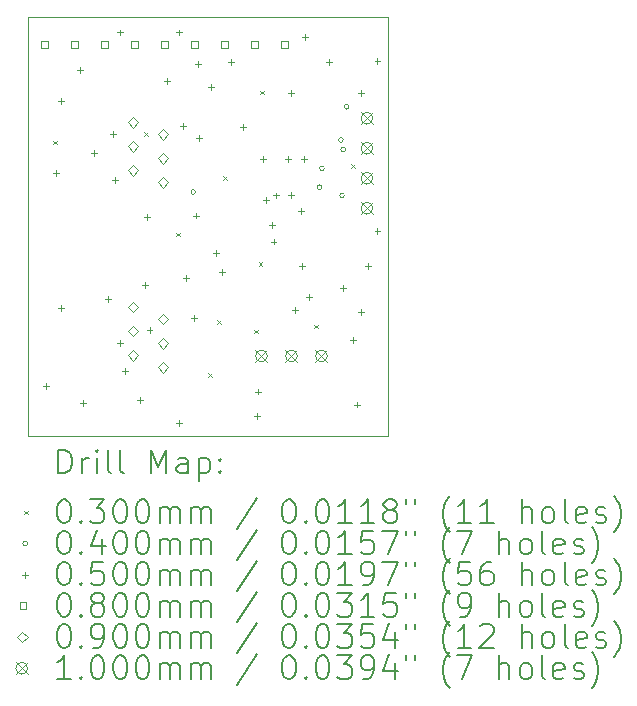
<source format=gbr>
%TF.GenerationSoftware,KiCad,Pcbnew,8.0.1*%
%TF.CreationDate,2024-10-15T00:39:49+09:00*%
%TF.ProjectId,AltBoard2025,416c7442-6f61-4726-9432-3032352e6b69,rev?*%
%TF.SameCoordinates,Original*%
%TF.FileFunction,Drillmap*%
%TF.FilePolarity,Positive*%
%FSLAX45Y45*%
G04 Gerber Fmt 4.5, Leading zero omitted, Abs format (unit mm)*
G04 Created by KiCad (PCBNEW 8.0.1) date 2024-10-15 00:39:49*
%MOMM*%
%LPD*%
G01*
G04 APERTURE LIST*
%ADD10C,0.050000*%
%ADD11C,0.200000*%
%ADD12C,0.100000*%
G04 APERTURE END LIST*
D10*
X11570000Y-1880000D02*
X14620000Y-1880000D01*
X14620000Y-5430000D01*
X11570000Y-5430000D01*
X11570000Y-1880000D01*
D11*
D12*
X11785000Y-2925000D02*
X11815000Y-2955000D01*
X11815000Y-2925000D02*
X11785000Y-2955000D01*
X12555000Y-2855000D02*
X12585000Y-2885000D01*
X12585000Y-2855000D02*
X12555000Y-2885000D01*
X12825000Y-3705000D02*
X12855000Y-3735000D01*
X12855000Y-3705000D02*
X12825000Y-3735000D01*
X13095000Y-4895000D02*
X13125000Y-4925000D01*
X13125000Y-4895000D02*
X13095000Y-4925000D01*
X13175000Y-4445000D02*
X13205000Y-4475000D01*
X13205000Y-4445000D02*
X13175000Y-4475000D01*
X13225000Y-3225000D02*
X13255000Y-3255000D01*
X13255000Y-3225000D02*
X13225000Y-3255000D01*
X13485000Y-4525000D02*
X13515000Y-4555000D01*
X13515000Y-4525000D02*
X13485000Y-4555000D01*
X13525000Y-3955000D02*
X13555000Y-3985000D01*
X13555000Y-3955000D02*
X13525000Y-3985000D01*
X13535000Y-2505000D02*
X13565000Y-2535000D01*
X13565000Y-2505000D02*
X13535000Y-2535000D01*
X13995000Y-4485000D02*
X14025000Y-4515000D01*
X14025000Y-4485000D02*
X13995000Y-4515000D01*
X14308167Y-3125000D02*
X14338167Y-3155000D01*
X14338167Y-3125000D02*
X14308167Y-3155000D01*
X12990000Y-3360000D02*
G75*
G02*
X12950000Y-3360000I-20000J0D01*
G01*
X12950000Y-3360000D02*
G75*
G02*
X12990000Y-3360000I20000J0D01*
G01*
X14060000Y-3320000D02*
G75*
G02*
X14020000Y-3320000I-20000J0D01*
G01*
X14020000Y-3320000D02*
G75*
G02*
X14060000Y-3320000I20000J0D01*
G01*
X14080000Y-3160000D02*
G75*
G02*
X14040000Y-3160000I-20000J0D01*
G01*
X14040000Y-3160000D02*
G75*
G02*
X14080000Y-3160000I20000J0D01*
G01*
X14240000Y-2920000D02*
G75*
G02*
X14200000Y-2920000I-20000J0D01*
G01*
X14200000Y-2920000D02*
G75*
G02*
X14240000Y-2920000I20000J0D01*
G01*
X14250000Y-3390000D02*
G75*
G02*
X14210000Y-3390000I-20000J0D01*
G01*
X14210000Y-3390000D02*
G75*
G02*
X14250000Y-3390000I20000J0D01*
G01*
X14260000Y-3000000D02*
G75*
G02*
X14220000Y-3000000I-20000J0D01*
G01*
X14220000Y-3000000D02*
G75*
G02*
X14260000Y-3000000I20000J0D01*
G01*
X14290000Y-2640000D02*
G75*
G02*
X14250000Y-2640000I-20000J0D01*
G01*
X14250000Y-2640000D02*
G75*
G02*
X14290000Y-2640000I20000J0D01*
G01*
X11720000Y-4975000D02*
X11720000Y-5025000D01*
X11695000Y-5000000D02*
X11745000Y-5000000D01*
X11810000Y-3175000D02*
X11810000Y-3225000D01*
X11785000Y-3200000D02*
X11835000Y-3200000D01*
X11850000Y-2565000D02*
X11850000Y-2615000D01*
X11825000Y-2590000D02*
X11875000Y-2590000D01*
X11850000Y-4315000D02*
X11850000Y-4365000D01*
X11825000Y-4340000D02*
X11875000Y-4340000D01*
X12010000Y-2305000D02*
X12010000Y-2355000D01*
X11985000Y-2330000D02*
X12035000Y-2330000D01*
X12040000Y-5125000D02*
X12040000Y-5175000D01*
X12015000Y-5150000D02*
X12065000Y-5150000D01*
X12130000Y-3005000D02*
X12130000Y-3055000D01*
X12105000Y-3030000D02*
X12155000Y-3030000D01*
X12250000Y-4245000D02*
X12250000Y-4295000D01*
X12225000Y-4270000D02*
X12275000Y-4270000D01*
X12290000Y-2845000D02*
X12290000Y-2895000D01*
X12265000Y-2870000D02*
X12315000Y-2870000D01*
X12310000Y-3235000D02*
X12310000Y-3285000D01*
X12285000Y-3260000D02*
X12335000Y-3260000D01*
X12350000Y-1985000D02*
X12350000Y-2035000D01*
X12325000Y-2010000D02*
X12375000Y-2010000D01*
X12350000Y-4615000D02*
X12350000Y-4665000D01*
X12325000Y-4640000D02*
X12375000Y-4640000D01*
X12390000Y-4855000D02*
X12390000Y-4905000D01*
X12365000Y-4880000D02*
X12415000Y-4880000D01*
X12520000Y-5095000D02*
X12520000Y-5145000D01*
X12495000Y-5120000D02*
X12545000Y-5120000D01*
X12560000Y-4125000D02*
X12560000Y-4175000D01*
X12535000Y-4150000D02*
X12585000Y-4150000D01*
X12580000Y-3545000D02*
X12580000Y-3595000D01*
X12555000Y-3570000D02*
X12605000Y-3570000D01*
X12600000Y-4505000D02*
X12600000Y-4555000D01*
X12575000Y-4530000D02*
X12625000Y-4530000D01*
X12750000Y-2395000D02*
X12750000Y-2445000D01*
X12725000Y-2420000D02*
X12775000Y-2420000D01*
X12850000Y-1985000D02*
X12850000Y-2035000D01*
X12825000Y-2010000D02*
X12875000Y-2010000D01*
X12850000Y-5295000D02*
X12850000Y-5345000D01*
X12825000Y-5320000D02*
X12875000Y-5320000D01*
X12880000Y-2775000D02*
X12880000Y-2825000D01*
X12855000Y-2800000D02*
X12905000Y-2800000D01*
X12910000Y-4065000D02*
X12910000Y-4115000D01*
X12885000Y-4090000D02*
X12935000Y-4090000D01*
X12980000Y-4405000D02*
X12980000Y-4455000D01*
X12955000Y-4430000D02*
X13005000Y-4430000D01*
X12990000Y-3535000D02*
X12990000Y-3585000D01*
X12965000Y-3560000D02*
X13015000Y-3560000D01*
X13010000Y-2255000D02*
X13010000Y-2305000D01*
X12985000Y-2280000D02*
X13035000Y-2280000D01*
X13020000Y-2875000D02*
X13020000Y-2925000D01*
X12995000Y-2900000D02*
X13045000Y-2900000D01*
X13120000Y-2445000D02*
X13120000Y-2495000D01*
X13095000Y-2470000D02*
X13145000Y-2470000D01*
X13165146Y-3852822D02*
X13165146Y-3902822D01*
X13140146Y-3877822D02*
X13190146Y-3877822D01*
X13210000Y-4015000D02*
X13210000Y-4065000D01*
X13185000Y-4040000D02*
X13235000Y-4040000D01*
X13290000Y-2235000D02*
X13290000Y-2285000D01*
X13265000Y-2260000D02*
X13315000Y-2260000D01*
X13390000Y-2785000D02*
X13390000Y-2835000D01*
X13365000Y-2810000D02*
X13415000Y-2810000D01*
X13510000Y-5235000D02*
X13510000Y-5285000D01*
X13485000Y-5260000D02*
X13535000Y-5260000D01*
X13520000Y-5025000D02*
X13520000Y-5075000D01*
X13495000Y-5050000D02*
X13545000Y-5050000D01*
X13560000Y-3055000D02*
X13560000Y-3105000D01*
X13535000Y-3080000D02*
X13585000Y-3080000D01*
X13589501Y-3405249D02*
X13589501Y-3455249D01*
X13564501Y-3430249D02*
X13614501Y-3430249D01*
X13640000Y-3615000D02*
X13640000Y-3665000D01*
X13615000Y-3640000D02*
X13665000Y-3640000D01*
X13650000Y-3755000D02*
X13650000Y-3805000D01*
X13625000Y-3780000D02*
X13675000Y-3780000D01*
X13670000Y-3365000D02*
X13670000Y-3415000D01*
X13645000Y-3390000D02*
X13695000Y-3390000D01*
X13770000Y-3055000D02*
X13770000Y-3105000D01*
X13745000Y-3080000D02*
X13795000Y-3080000D01*
X13798002Y-3363002D02*
X13798002Y-3413002D01*
X13773002Y-3388002D02*
X13823002Y-3388002D01*
X13800000Y-2495000D02*
X13800000Y-2545000D01*
X13775000Y-2520000D02*
X13825000Y-2520000D01*
X13835000Y-4335000D02*
X13835000Y-4385000D01*
X13810000Y-4360000D02*
X13860000Y-4360000D01*
X13880000Y-3495000D02*
X13880000Y-3545000D01*
X13855000Y-3520000D02*
X13905000Y-3520000D01*
X13893033Y-3961967D02*
X13893033Y-4011967D01*
X13868033Y-3986967D02*
X13918033Y-3986967D01*
X13910000Y-3055000D02*
X13910000Y-3105000D01*
X13885000Y-3080000D02*
X13935000Y-3080000D01*
X13920000Y-2025000D02*
X13920000Y-2075000D01*
X13895000Y-2050000D02*
X13945000Y-2050000D01*
X13946942Y-4223535D02*
X13946942Y-4273535D01*
X13921942Y-4248535D02*
X13971942Y-4248535D01*
X14120000Y-2235000D02*
X14120000Y-2285000D01*
X14095000Y-2260000D02*
X14145000Y-2260000D01*
X14240495Y-4149275D02*
X14240495Y-4199275D01*
X14215495Y-4174275D02*
X14265495Y-4174275D01*
X14320000Y-4585000D02*
X14320000Y-4635000D01*
X14295000Y-4610000D02*
X14345000Y-4610000D01*
X14360000Y-5135000D02*
X14360000Y-5185000D01*
X14335000Y-5160000D02*
X14385000Y-5160000D01*
X14390000Y-2495000D02*
X14390000Y-2545000D01*
X14365000Y-2520000D02*
X14415000Y-2520000D01*
X14390000Y-4355000D02*
X14390000Y-4405000D01*
X14365000Y-4380000D02*
X14415000Y-4380000D01*
X14450000Y-3965000D02*
X14450000Y-4015000D01*
X14425000Y-3990000D02*
X14475000Y-3990000D01*
X14530000Y-2225000D02*
X14530000Y-2275000D01*
X14505000Y-2250000D02*
X14555000Y-2250000D01*
X14530000Y-3665000D02*
X14530000Y-3715000D01*
X14505000Y-3690000D02*
X14555000Y-3690000D01*
X11738284Y-2138285D02*
X11738284Y-2081715D01*
X11681715Y-2081715D01*
X11681715Y-2138285D01*
X11738284Y-2138285D01*
X11992284Y-2138285D02*
X11992284Y-2081715D01*
X11935715Y-2081715D01*
X11935715Y-2138285D01*
X11992284Y-2138285D01*
X12246284Y-2138285D02*
X12246284Y-2081715D01*
X12189715Y-2081715D01*
X12189715Y-2138285D01*
X12246284Y-2138285D01*
X12500284Y-2138285D02*
X12500284Y-2081715D01*
X12443715Y-2081715D01*
X12443715Y-2138285D01*
X12500284Y-2138285D01*
X12754284Y-2138285D02*
X12754284Y-2081715D01*
X12697715Y-2081715D01*
X12697715Y-2138285D01*
X12754284Y-2138285D01*
X13008284Y-2138285D02*
X13008284Y-2081715D01*
X12951715Y-2081715D01*
X12951715Y-2138285D01*
X13008284Y-2138285D01*
X13262284Y-2138285D02*
X13262284Y-2081715D01*
X13205715Y-2081715D01*
X13205715Y-2138285D01*
X13262284Y-2138285D01*
X13516284Y-2138285D02*
X13516284Y-2081715D01*
X13459715Y-2081715D01*
X13459715Y-2138285D01*
X13516284Y-2138285D01*
X13770284Y-2138285D02*
X13770284Y-2081715D01*
X13713715Y-2081715D01*
X13713715Y-2138285D01*
X13770284Y-2138285D01*
X12460000Y-2815000D02*
X12505000Y-2770000D01*
X12460000Y-2725000D01*
X12415000Y-2770000D01*
X12460000Y-2815000D01*
X12460000Y-3019000D02*
X12505000Y-2974000D01*
X12460000Y-2929000D01*
X12415000Y-2974000D01*
X12460000Y-3019000D01*
X12460000Y-3223000D02*
X12505000Y-3178000D01*
X12460000Y-3133000D01*
X12415000Y-3178000D01*
X12460000Y-3223000D01*
X12460000Y-4380000D02*
X12505000Y-4335000D01*
X12460000Y-4290000D01*
X12415000Y-4335000D01*
X12460000Y-4380000D01*
X12460000Y-4584000D02*
X12505000Y-4539000D01*
X12460000Y-4494000D01*
X12415000Y-4539000D01*
X12460000Y-4584000D01*
X12460000Y-4788000D02*
X12505000Y-4743000D01*
X12460000Y-4698000D01*
X12415000Y-4743000D01*
X12460000Y-4788000D01*
X12714000Y-2917000D02*
X12759000Y-2872000D01*
X12714000Y-2827000D01*
X12669000Y-2872000D01*
X12714000Y-2917000D01*
X12714000Y-3121000D02*
X12759000Y-3076000D01*
X12714000Y-3031000D01*
X12669000Y-3076000D01*
X12714000Y-3121000D01*
X12714000Y-3325000D02*
X12759000Y-3280000D01*
X12714000Y-3235000D01*
X12669000Y-3280000D01*
X12714000Y-3325000D01*
X12714000Y-4482000D02*
X12759000Y-4437000D01*
X12714000Y-4392000D01*
X12669000Y-4437000D01*
X12714000Y-4482000D01*
X12714000Y-4686000D02*
X12759000Y-4641000D01*
X12714000Y-4596000D01*
X12669000Y-4641000D01*
X12714000Y-4686000D01*
X12714000Y-4890000D02*
X12759000Y-4845000D01*
X12714000Y-4800000D01*
X12669000Y-4845000D01*
X12714000Y-4890000D01*
X13496700Y-4699250D02*
X13596700Y-4799250D01*
X13596700Y-4699250D02*
X13496700Y-4799250D01*
X13596700Y-4749250D02*
G75*
G02*
X13496700Y-4749250I-50000J0D01*
G01*
X13496700Y-4749250D02*
G75*
G02*
X13596700Y-4749250I50000J0D01*
G01*
X13750700Y-4699250D02*
X13850700Y-4799250D01*
X13850700Y-4699250D02*
X13750700Y-4799250D01*
X13850700Y-4749250D02*
G75*
G02*
X13750700Y-4749250I-50000J0D01*
G01*
X13750700Y-4749250D02*
G75*
G02*
X13850700Y-4749250I50000J0D01*
G01*
X14004700Y-4699250D02*
X14104700Y-4799250D01*
X14104700Y-4699250D02*
X14004700Y-4799250D01*
X14104700Y-4749250D02*
G75*
G02*
X14004700Y-4749250I-50000J0D01*
G01*
X14004700Y-4749250D02*
G75*
G02*
X14104700Y-4749250I50000J0D01*
G01*
X14390000Y-2686000D02*
X14490000Y-2786000D01*
X14490000Y-2686000D02*
X14390000Y-2786000D01*
X14490000Y-2736000D02*
G75*
G02*
X14390000Y-2736000I-50000J0D01*
G01*
X14390000Y-2736000D02*
G75*
G02*
X14490000Y-2736000I50000J0D01*
G01*
X14390000Y-2940000D02*
X14490000Y-3040000D01*
X14490000Y-2940000D02*
X14390000Y-3040000D01*
X14490000Y-2990000D02*
G75*
G02*
X14390000Y-2990000I-50000J0D01*
G01*
X14390000Y-2990000D02*
G75*
G02*
X14490000Y-2990000I50000J0D01*
G01*
X14390000Y-3194000D02*
X14490000Y-3294000D01*
X14490000Y-3194000D02*
X14390000Y-3294000D01*
X14490000Y-3244000D02*
G75*
G02*
X14390000Y-3244000I-50000J0D01*
G01*
X14390000Y-3244000D02*
G75*
G02*
X14490000Y-3244000I50000J0D01*
G01*
X14390000Y-3448000D02*
X14490000Y-3548000D01*
X14490000Y-3448000D02*
X14390000Y-3548000D01*
X14490000Y-3498000D02*
G75*
G02*
X14390000Y-3498000I-50000J0D01*
G01*
X14390000Y-3498000D02*
G75*
G02*
X14490000Y-3498000I50000J0D01*
G01*
D11*
X11828277Y-5743984D02*
X11828277Y-5543984D01*
X11828277Y-5543984D02*
X11875896Y-5543984D01*
X11875896Y-5543984D02*
X11904467Y-5553508D01*
X11904467Y-5553508D02*
X11923515Y-5572555D01*
X11923515Y-5572555D02*
X11933039Y-5591603D01*
X11933039Y-5591603D02*
X11942562Y-5629698D01*
X11942562Y-5629698D02*
X11942562Y-5658269D01*
X11942562Y-5658269D02*
X11933039Y-5696365D01*
X11933039Y-5696365D02*
X11923515Y-5715412D01*
X11923515Y-5715412D02*
X11904467Y-5734460D01*
X11904467Y-5734460D02*
X11875896Y-5743984D01*
X11875896Y-5743984D02*
X11828277Y-5743984D01*
X12028277Y-5743984D02*
X12028277Y-5610650D01*
X12028277Y-5648746D02*
X12037801Y-5629698D01*
X12037801Y-5629698D02*
X12047324Y-5620174D01*
X12047324Y-5620174D02*
X12066372Y-5610650D01*
X12066372Y-5610650D02*
X12085420Y-5610650D01*
X12152086Y-5743984D02*
X12152086Y-5610650D01*
X12152086Y-5543984D02*
X12142562Y-5553508D01*
X12142562Y-5553508D02*
X12152086Y-5563031D01*
X12152086Y-5563031D02*
X12161610Y-5553508D01*
X12161610Y-5553508D02*
X12152086Y-5543984D01*
X12152086Y-5543984D02*
X12152086Y-5563031D01*
X12275896Y-5743984D02*
X12256848Y-5734460D01*
X12256848Y-5734460D02*
X12247324Y-5715412D01*
X12247324Y-5715412D02*
X12247324Y-5543984D01*
X12380658Y-5743984D02*
X12361610Y-5734460D01*
X12361610Y-5734460D02*
X12352086Y-5715412D01*
X12352086Y-5715412D02*
X12352086Y-5543984D01*
X12609229Y-5743984D02*
X12609229Y-5543984D01*
X12609229Y-5543984D02*
X12675896Y-5686841D01*
X12675896Y-5686841D02*
X12742562Y-5543984D01*
X12742562Y-5543984D02*
X12742562Y-5743984D01*
X12923515Y-5743984D02*
X12923515Y-5639222D01*
X12923515Y-5639222D02*
X12913991Y-5620174D01*
X12913991Y-5620174D02*
X12894943Y-5610650D01*
X12894943Y-5610650D02*
X12856848Y-5610650D01*
X12856848Y-5610650D02*
X12837801Y-5620174D01*
X12923515Y-5734460D02*
X12904467Y-5743984D01*
X12904467Y-5743984D02*
X12856848Y-5743984D01*
X12856848Y-5743984D02*
X12837801Y-5734460D01*
X12837801Y-5734460D02*
X12828277Y-5715412D01*
X12828277Y-5715412D02*
X12828277Y-5696365D01*
X12828277Y-5696365D02*
X12837801Y-5677317D01*
X12837801Y-5677317D02*
X12856848Y-5667793D01*
X12856848Y-5667793D02*
X12904467Y-5667793D01*
X12904467Y-5667793D02*
X12923515Y-5658269D01*
X13018753Y-5610650D02*
X13018753Y-5810650D01*
X13018753Y-5620174D02*
X13037801Y-5610650D01*
X13037801Y-5610650D02*
X13075896Y-5610650D01*
X13075896Y-5610650D02*
X13094943Y-5620174D01*
X13094943Y-5620174D02*
X13104467Y-5629698D01*
X13104467Y-5629698D02*
X13113991Y-5648746D01*
X13113991Y-5648746D02*
X13113991Y-5705888D01*
X13113991Y-5705888D02*
X13104467Y-5724936D01*
X13104467Y-5724936D02*
X13094943Y-5734460D01*
X13094943Y-5734460D02*
X13075896Y-5743984D01*
X13075896Y-5743984D02*
X13037801Y-5743984D01*
X13037801Y-5743984D02*
X13018753Y-5734460D01*
X13199705Y-5724936D02*
X13209229Y-5734460D01*
X13209229Y-5734460D02*
X13199705Y-5743984D01*
X13199705Y-5743984D02*
X13190182Y-5734460D01*
X13190182Y-5734460D02*
X13199705Y-5724936D01*
X13199705Y-5724936D02*
X13199705Y-5743984D01*
X13199705Y-5620174D02*
X13209229Y-5629698D01*
X13209229Y-5629698D02*
X13199705Y-5639222D01*
X13199705Y-5639222D02*
X13190182Y-5629698D01*
X13190182Y-5629698D02*
X13199705Y-5620174D01*
X13199705Y-5620174D02*
X13199705Y-5639222D01*
D12*
X11537500Y-6057500D02*
X11567500Y-6087500D01*
X11567500Y-6057500D02*
X11537500Y-6087500D01*
D11*
X11866372Y-5963984D02*
X11885420Y-5963984D01*
X11885420Y-5963984D02*
X11904467Y-5973508D01*
X11904467Y-5973508D02*
X11913991Y-5983031D01*
X11913991Y-5983031D02*
X11923515Y-6002079D01*
X11923515Y-6002079D02*
X11933039Y-6040174D01*
X11933039Y-6040174D02*
X11933039Y-6087793D01*
X11933039Y-6087793D02*
X11923515Y-6125888D01*
X11923515Y-6125888D02*
X11913991Y-6144936D01*
X11913991Y-6144936D02*
X11904467Y-6154460D01*
X11904467Y-6154460D02*
X11885420Y-6163984D01*
X11885420Y-6163984D02*
X11866372Y-6163984D01*
X11866372Y-6163984D02*
X11847324Y-6154460D01*
X11847324Y-6154460D02*
X11837801Y-6144936D01*
X11837801Y-6144936D02*
X11828277Y-6125888D01*
X11828277Y-6125888D02*
X11818753Y-6087793D01*
X11818753Y-6087793D02*
X11818753Y-6040174D01*
X11818753Y-6040174D02*
X11828277Y-6002079D01*
X11828277Y-6002079D02*
X11837801Y-5983031D01*
X11837801Y-5983031D02*
X11847324Y-5973508D01*
X11847324Y-5973508D02*
X11866372Y-5963984D01*
X12018753Y-6144936D02*
X12028277Y-6154460D01*
X12028277Y-6154460D02*
X12018753Y-6163984D01*
X12018753Y-6163984D02*
X12009229Y-6154460D01*
X12009229Y-6154460D02*
X12018753Y-6144936D01*
X12018753Y-6144936D02*
X12018753Y-6163984D01*
X12094943Y-5963984D02*
X12218753Y-5963984D01*
X12218753Y-5963984D02*
X12152086Y-6040174D01*
X12152086Y-6040174D02*
X12180658Y-6040174D01*
X12180658Y-6040174D02*
X12199705Y-6049698D01*
X12199705Y-6049698D02*
X12209229Y-6059222D01*
X12209229Y-6059222D02*
X12218753Y-6078269D01*
X12218753Y-6078269D02*
X12218753Y-6125888D01*
X12218753Y-6125888D02*
X12209229Y-6144936D01*
X12209229Y-6144936D02*
X12199705Y-6154460D01*
X12199705Y-6154460D02*
X12180658Y-6163984D01*
X12180658Y-6163984D02*
X12123515Y-6163984D01*
X12123515Y-6163984D02*
X12104467Y-6154460D01*
X12104467Y-6154460D02*
X12094943Y-6144936D01*
X12342562Y-5963984D02*
X12361610Y-5963984D01*
X12361610Y-5963984D02*
X12380658Y-5973508D01*
X12380658Y-5973508D02*
X12390182Y-5983031D01*
X12390182Y-5983031D02*
X12399705Y-6002079D01*
X12399705Y-6002079D02*
X12409229Y-6040174D01*
X12409229Y-6040174D02*
X12409229Y-6087793D01*
X12409229Y-6087793D02*
X12399705Y-6125888D01*
X12399705Y-6125888D02*
X12390182Y-6144936D01*
X12390182Y-6144936D02*
X12380658Y-6154460D01*
X12380658Y-6154460D02*
X12361610Y-6163984D01*
X12361610Y-6163984D02*
X12342562Y-6163984D01*
X12342562Y-6163984D02*
X12323515Y-6154460D01*
X12323515Y-6154460D02*
X12313991Y-6144936D01*
X12313991Y-6144936D02*
X12304467Y-6125888D01*
X12304467Y-6125888D02*
X12294943Y-6087793D01*
X12294943Y-6087793D02*
X12294943Y-6040174D01*
X12294943Y-6040174D02*
X12304467Y-6002079D01*
X12304467Y-6002079D02*
X12313991Y-5983031D01*
X12313991Y-5983031D02*
X12323515Y-5973508D01*
X12323515Y-5973508D02*
X12342562Y-5963984D01*
X12533039Y-5963984D02*
X12552086Y-5963984D01*
X12552086Y-5963984D02*
X12571134Y-5973508D01*
X12571134Y-5973508D02*
X12580658Y-5983031D01*
X12580658Y-5983031D02*
X12590182Y-6002079D01*
X12590182Y-6002079D02*
X12599705Y-6040174D01*
X12599705Y-6040174D02*
X12599705Y-6087793D01*
X12599705Y-6087793D02*
X12590182Y-6125888D01*
X12590182Y-6125888D02*
X12580658Y-6144936D01*
X12580658Y-6144936D02*
X12571134Y-6154460D01*
X12571134Y-6154460D02*
X12552086Y-6163984D01*
X12552086Y-6163984D02*
X12533039Y-6163984D01*
X12533039Y-6163984D02*
X12513991Y-6154460D01*
X12513991Y-6154460D02*
X12504467Y-6144936D01*
X12504467Y-6144936D02*
X12494943Y-6125888D01*
X12494943Y-6125888D02*
X12485420Y-6087793D01*
X12485420Y-6087793D02*
X12485420Y-6040174D01*
X12485420Y-6040174D02*
X12494943Y-6002079D01*
X12494943Y-6002079D02*
X12504467Y-5983031D01*
X12504467Y-5983031D02*
X12513991Y-5973508D01*
X12513991Y-5973508D02*
X12533039Y-5963984D01*
X12685420Y-6163984D02*
X12685420Y-6030650D01*
X12685420Y-6049698D02*
X12694943Y-6040174D01*
X12694943Y-6040174D02*
X12713991Y-6030650D01*
X12713991Y-6030650D02*
X12742563Y-6030650D01*
X12742563Y-6030650D02*
X12761610Y-6040174D01*
X12761610Y-6040174D02*
X12771134Y-6059222D01*
X12771134Y-6059222D02*
X12771134Y-6163984D01*
X12771134Y-6059222D02*
X12780658Y-6040174D01*
X12780658Y-6040174D02*
X12799705Y-6030650D01*
X12799705Y-6030650D02*
X12828277Y-6030650D01*
X12828277Y-6030650D02*
X12847324Y-6040174D01*
X12847324Y-6040174D02*
X12856848Y-6059222D01*
X12856848Y-6059222D02*
X12856848Y-6163984D01*
X12952086Y-6163984D02*
X12952086Y-6030650D01*
X12952086Y-6049698D02*
X12961610Y-6040174D01*
X12961610Y-6040174D02*
X12980658Y-6030650D01*
X12980658Y-6030650D02*
X13009229Y-6030650D01*
X13009229Y-6030650D02*
X13028277Y-6040174D01*
X13028277Y-6040174D02*
X13037801Y-6059222D01*
X13037801Y-6059222D02*
X13037801Y-6163984D01*
X13037801Y-6059222D02*
X13047324Y-6040174D01*
X13047324Y-6040174D02*
X13066372Y-6030650D01*
X13066372Y-6030650D02*
X13094943Y-6030650D01*
X13094943Y-6030650D02*
X13113991Y-6040174D01*
X13113991Y-6040174D02*
X13123515Y-6059222D01*
X13123515Y-6059222D02*
X13123515Y-6163984D01*
X13513991Y-5954460D02*
X13342563Y-6211603D01*
X13771134Y-5963984D02*
X13790182Y-5963984D01*
X13790182Y-5963984D02*
X13809229Y-5973508D01*
X13809229Y-5973508D02*
X13818753Y-5983031D01*
X13818753Y-5983031D02*
X13828277Y-6002079D01*
X13828277Y-6002079D02*
X13837801Y-6040174D01*
X13837801Y-6040174D02*
X13837801Y-6087793D01*
X13837801Y-6087793D02*
X13828277Y-6125888D01*
X13828277Y-6125888D02*
X13818753Y-6144936D01*
X13818753Y-6144936D02*
X13809229Y-6154460D01*
X13809229Y-6154460D02*
X13790182Y-6163984D01*
X13790182Y-6163984D02*
X13771134Y-6163984D01*
X13771134Y-6163984D02*
X13752086Y-6154460D01*
X13752086Y-6154460D02*
X13742563Y-6144936D01*
X13742563Y-6144936D02*
X13733039Y-6125888D01*
X13733039Y-6125888D02*
X13723515Y-6087793D01*
X13723515Y-6087793D02*
X13723515Y-6040174D01*
X13723515Y-6040174D02*
X13733039Y-6002079D01*
X13733039Y-6002079D02*
X13742563Y-5983031D01*
X13742563Y-5983031D02*
X13752086Y-5973508D01*
X13752086Y-5973508D02*
X13771134Y-5963984D01*
X13923515Y-6144936D02*
X13933039Y-6154460D01*
X13933039Y-6154460D02*
X13923515Y-6163984D01*
X13923515Y-6163984D02*
X13913991Y-6154460D01*
X13913991Y-6154460D02*
X13923515Y-6144936D01*
X13923515Y-6144936D02*
X13923515Y-6163984D01*
X14056848Y-5963984D02*
X14075896Y-5963984D01*
X14075896Y-5963984D02*
X14094944Y-5973508D01*
X14094944Y-5973508D02*
X14104467Y-5983031D01*
X14104467Y-5983031D02*
X14113991Y-6002079D01*
X14113991Y-6002079D02*
X14123515Y-6040174D01*
X14123515Y-6040174D02*
X14123515Y-6087793D01*
X14123515Y-6087793D02*
X14113991Y-6125888D01*
X14113991Y-6125888D02*
X14104467Y-6144936D01*
X14104467Y-6144936D02*
X14094944Y-6154460D01*
X14094944Y-6154460D02*
X14075896Y-6163984D01*
X14075896Y-6163984D02*
X14056848Y-6163984D01*
X14056848Y-6163984D02*
X14037801Y-6154460D01*
X14037801Y-6154460D02*
X14028277Y-6144936D01*
X14028277Y-6144936D02*
X14018753Y-6125888D01*
X14018753Y-6125888D02*
X14009229Y-6087793D01*
X14009229Y-6087793D02*
X14009229Y-6040174D01*
X14009229Y-6040174D02*
X14018753Y-6002079D01*
X14018753Y-6002079D02*
X14028277Y-5983031D01*
X14028277Y-5983031D02*
X14037801Y-5973508D01*
X14037801Y-5973508D02*
X14056848Y-5963984D01*
X14313991Y-6163984D02*
X14199706Y-6163984D01*
X14256848Y-6163984D02*
X14256848Y-5963984D01*
X14256848Y-5963984D02*
X14237801Y-5992555D01*
X14237801Y-5992555D02*
X14218753Y-6011603D01*
X14218753Y-6011603D02*
X14199706Y-6021127D01*
X14504467Y-6163984D02*
X14390182Y-6163984D01*
X14447325Y-6163984D02*
X14447325Y-5963984D01*
X14447325Y-5963984D02*
X14428277Y-5992555D01*
X14428277Y-5992555D02*
X14409229Y-6011603D01*
X14409229Y-6011603D02*
X14390182Y-6021127D01*
X14618753Y-6049698D02*
X14599706Y-6040174D01*
X14599706Y-6040174D02*
X14590182Y-6030650D01*
X14590182Y-6030650D02*
X14580658Y-6011603D01*
X14580658Y-6011603D02*
X14580658Y-6002079D01*
X14580658Y-6002079D02*
X14590182Y-5983031D01*
X14590182Y-5983031D02*
X14599706Y-5973508D01*
X14599706Y-5973508D02*
X14618753Y-5963984D01*
X14618753Y-5963984D02*
X14656848Y-5963984D01*
X14656848Y-5963984D02*
X14675896Y-5973508D01*
X14675896Y-5973508D02*
X14685420Y-5983031D01*
X14685420Y-5983031D02*
X14694944Y-6002079D01*
X14694944Y-6002079D02*
X14694944Y-6011603D01*
X14694944Y-6011603D02*
X14685420Y-6030650D01*
X14685420Y-6030650D02*
X14675896Y-6040174D01*
X14675896Y-6040174D02*
X14656848Y-6049698D01*
X14656848Y-6049698D02*
X14618753Y-6049698D01*
X14618753Y-6049698D02*
X14599706Y-6059222D01*
X14599706Y-6059222D02*
X14590182Y-6068746D01*
X14590182Y-6068746D02*
X14580658Y-6087793D01*
X14580658Y-6087793D02*
X14580658Y-6125888D01*
X14580658Y-6125888D02*
X14590182Y-6144936D01*
X14590182Y-6144936D02*
X14599706Y-6154460D01*
X14599706Y-6154460D02*
X14618753Y-6163984D01*
X14618753Y-6163984D02*
X14656848Y-6163984D01*
X14656848Y-6163984D02*
X14675896Y-6154460D01*
X14675896Y-6154460D02*
X14685420Y-6144936D01*
X14685420Y-6144936D02*
X14694944Y-6125888D01*
X14694944Y-6125888D02*
X14694944Y-6087793D01*
X14694944Y-6087793D02*
X14685420Y-6068746D01*
X14685420Y-6068746D02*
X14675896Y-6059222D01*
X14675896Y-6059222D02*
X14656848Y-6049698D01*
X14771134Y-5963984D02*
X14771134Y-6002079D01*
X14847325Y-5963984D02*
X14847325Y-6002079D01*
X15142563Y-6240174D02*
X15133039Y-6230650D01*
X15133039Y-6230650D02*
X15113991Y-6202079D01*
X15113991Y-6202079D02*
X15104468Y-6183031D01*
X15104468Y-6183031D02*
X15094944Y-6154460D01*
X15094944Y-6154460D02*
X15085420Y-6106841D01*
X15085420Y-6106841D02*
X15085420Y-6068746D01*
X15085420Y-6068746D02*
X15094944Y-6021127D01*
X15094944Y-6021127D02*
X15104468Y-5992555D01*
X15104468Y-5992555D02*
X15113991Y-5973508D01*
X15113991Y-5973508D02*
X15133039Y-5944936D01*
X15133039Y-5944936D02*
X15142563Y-5935412D01*
X15323515Y-6163984D02*
X15209229Y-6163984D01*
X15266372Y-6163984D02*
X15266372Y-5963984D01*
X15266372Y-5963984D02*
X15247325Y-5992555D01*
X15247325Y-5992555D02*
X15228277Y-6011603D01*
X15228277Y-6011603D02*
X15209229Y-6021127D01*
X15513991Y-6163984D02*
X15399706Y-6163984D01*
X15456848Y-6163984D02*
X15456848Y-5963984D01*
X15456848Y-5963984D02*
X15437801Y-5992555D01*
X15437801Y-5992555D02*
X15418753Y-6011603D01*
X15418753Y-6011603D02*
X15399706Y-6021127D01*
X15752087Y-6163984D02*
X15752087Y-5963984D01*
X15837801Y-6163984D02*
X15837801Y-6059222D01*
X15837801Y-6059222D02*
X15828277Y-6040174D01*
X15828277Y-6040174D02*
X15809230Y-6030650D01*
X15809230Y-6030650D02*
X15780658Y-6030650D01*
X15780658Y-6030650D02*
X15761610Y-6040174D01*
X15761610Y-6040174D02*
X15752087Y-6049698D01*
X15961610Y-6163984D02*
X15942563Y-6154460D01*
X15942563Y-6154460D02*
X15933039Y-6144936D01*
X15933039Y-6144936D02*
X15923515Y-6125888D01*
X15923515Y-6125888D02*
X15923515Y-6068746D01*
X15923515Y-6068746D02*
X15933039Y-6049698D01*
X15933039Y-6049698D02*
X15942563Y-6040174D01*
X15942563Y-6040174D02*
X15961610Y-6030650D01*
X15961610Y-6030650D02*
X15990182Y-6030650D01*
X15990182Y-6030650D02*
X16009230Y-6040174D01*
X16009230Y-6040174D02*
X16018753Y-6049698D01*
X16018753Y-6049698D02*
X16028277Y-6068746D01*
X16028277Y-6068746D02*
X16028277Y-6125888D01*
X16028277Y-6125888D02*
X16018753Y-6144936D01*
X16018753Y-6144936D02*
X16009230Y-6154460D01*
X16009230Y-6154460D02*
X15990182Y-6163984D01*
X15990182Y-6163984D02*
X15961610Y-6163984D01*
X16142563Y-6163984D02*
X16123515Y-6154460D01*
X16123515Y-6154460D02*
X16113991Y-6135412D01*
X16113991Y-6135412D02*
X16113991Y-5963984D01*
X16294944Y-6154460D02*
X16275896Y-6163984D01*
X16275896Y-6163984D02*
X16237801Y-6163984D01*
X16237801Y-6163984D02*
X16218753Y-6154460D01*
X16218753Y-6154460D02*
X16209230Y-6135412D01*
X16209230Y-6135412D02*
X16209230Y-6059222D01*
X16209230Y-6059222D02*
X16218753Y-6040174D01*
X16218753Y-6040174D02*
X16237801Y-6030650D01*
X16237801Y-6030650D02*
X16275896Y-6030650D01*
X16275896Y-6030650D02*
X16294944Y-6040174D01*
X16294944Y-6040174D02*
X16304468Y-6059222D01*
X16304468Y-6059222D02*
X16304468Y-6078269D01*
X16304468Y-6078269D02*
X16209230Y-6097317D01*
X16380658Y-6154460D02*
X16399706Y-6163984D01*
X16399706Y-6163984D02*
X16437801Y-6163984D01*
X16437801Y-6163984D02*
X16456849Y-6154460D01*
X16456849Y-6154460D02*
X16466372Y-6135412D01*
X16466372Y-6135412D02*
X16466372Y-6125888D01*
X16466372Y-6125888D02*
X16456849Y-6106841D01*
X16456849Y-6106841D02*
X16437801Y-6097317D01*
X16437801Y-6097317D02*
X16409230Y-6097317D01*
X16409230Y-6097317D02*
X16390182Y-6087793D01*
X16390182Y-6087793D02*
X16380658Y-6068746D01*
X16380658Y-6068746D02*
X16380658Y-6059222D01*
X16380658Y-6059222D02*
X16390182Y-6040174D01*
X16390182Y-6040174D02*
X16409230Y-6030650D01*
X16409230Y-6030650D02*
X16437801Y-6030650D01*
X16437801Y-6030650D02*
X16456849Y-6040174D01*
X16533039Y-6240174D02*
X16542563Y-6230650D01*
X16542563Y-6230650D02*
X16561611Y-6202079D01*
X16561611Y-6202079D02*
X16571134Y-6183031D01*
X16571134Y-6183031D02*
X16580658Y-6154460D01*
X16580658Y-6154460D02*
X16590182Y-6106841D01*
X16590182Y-6106841D02*
X16590182Y-6068746D01*
X16590182Y-6068746D02*
X16580658Y-6021127D01*
X16580658Y-6021127D02*
X16571134Y-5992555D01*
X16571134Y-5992555D02*
X16561611Y-5973508D01*
X16561611Y-5973508D02*
X16542563Y-5944936D01*
X16542563Y-5944936D02*
X16533039Y-5935412D01*
D12*
X11567500Y-6336500D02*
G75*
G02*
X11527500Y-6336500I-20000J0D01*
G01*
X11527500Y-6336500D02*
G75*
G02*
X11567500Y-6336500I20000J0D01*
G01*
D11*
X11866372Y-6227984D02*
X11885420Y-6227984D01*
X11885420Y-6227984D02*
X11904467Y-6237508D01*
X11904467Y-6237508D02*
X11913991Y-6247031D01*
X11913991Y-6247031D02*
X11923515Y-6266079D01*
X11923515Y-6266079D02*
X11933039Y-6304174D01*
X11933039Y-6304174D02*
X11933039Y-6351793D01*
X11933039Y-6351793D02*
X11923515Y-6389888D01*
X11923515Y-6389888D02*
X11913991Y-6408936D01*
X11913991Y-6408936D02*
X11904467Y-6418460D01*
X11904467Y-6418460D02*
X11885420Y-6427984D01*
X11885420Y-6427984D02*
X11866372Y-6427984D01*
X11866372Y-6427984D02*
X11847324Y-6418460D01*
X11847324Y-6418460D02*
X11837801Y-6408936D01*
X11837801Y-6408936D02*
X11828277Y-6389888D01*
X11828277Y-6389888D02*
X11818753Y-6351793D01*
X11818753Y-6351793D02*
X11818753Y-6304174D01*
X11818753Y-6304174D02*
X11828277Y-6266079D01*
X11828277Y-6266079D02*
X11837801Y-6247031D01*
X11837801Y-6247031D02*
X11847324Y-6237508D01*
X11847324Y-6237508D02*
X11866372Y-6227984D01*
X12018753Y-6408936D02*
X12028277Y-6418460D01*
X12028277Y-6418460D02*
X12018753Y-6427984D01*
X12018753Y-6427984D02*
X12009229Y-6418460D01*
X12009229Y-6418460D02*
X12018753Y-6408936D01*
X12018753Y-6408936D02*
X12018753Y-6427984D01*
X12199705Y-6294650D02*
X12199705Y-6427984D01*
X12152086Y-6218460D02*
X12104467Y-6361317D01*
X12104467Y-6361317D02*
X12228277Y-6361317D01*
X12342562Y-6227984D02*
X12361610Y-6227984D01*
X12361610Y-6227984D02*
X12380658Y-6237508D01*
X12380658Y-6237508D02*
X12390182Y-6247031D01*
X12390182Y-6247031D02*
X12399705Y-6266079D01*
X12399705Y-6266079D02*
X12409229Y-6304174D01*
X12409229Y-6304174D02*
X12409229Y-6351793D01*
X12409229Y-6351793D02*
X12399705Y-6389888D01*
X12399705Y-6389888D02*
X12390182Y-6408936D01*
X12390182Y-6408936D02*
X12380658Y-6418460D01*
X12380658Y-6418460D02*
X12361610Y-6427984D01*
X12361610Y-6427984D02*
X12342562Y-6427984D01*
X12342562Y-6427984D02*
X12323515Y-6418460D01*
X12323515Y-6418460D02*
X12313991Y-6408936D01*
X12313991Y-6408936D02*
X12304467Y-6389888D01*
X12304467Y-6389888D02*
X12294943Y-6351793D01*
X12294943Y-6351793D02*
X12294943Y-6304174D01*
X12294943Y-6304174D02*
X12304467Y-6266079D01*
X12304467Y-6266079D02*
X12313991Y-6247031D01*
X12313991Y-6247031D02*
X12323515Y-6237508D01*
X12323515Y-6237508D02*
X12342562Y-6227984D01*
X12533039Y-6227984D02*
X12552086Y-6227984D01*
X12552086Y-6227984D02*
X12571134Y-6237508D01*
X12571134Y-6237508D02*
X12580658Y-6247031D01*
X12580658Y-6247031D02*
X12590182Y-6266079D01*
X12590182Y-6266079D02*
X12599705Y-6304174D01*
X12599705Y-6304174D02*
X12599705Y-6351793D01*
X12599705Y-6351793D02*
X12590182Y-6389888D01*
X12590182Y-6389888D02*
X12580658Y-6408936D01*
X12580658Y-6408936D02*
X12571134Y-6418460D01*
X12571134Y-6418460D02*
X12552086Y-6427984D01*
X12552086Y-6427984D02*
X12533039Y-6427984D01*
X12533039Y-6427984D02*
X12513991Y-6418460D01*
X12513991Y-6418460D02*
X12504467Y-6408936D01*
X12504467Y-6408936D02*
X12494943Y-6389888D01*
X12494943Y-6389888D02*
X12485420Y-6351793D01*
X12485420Y-6351793D02*
X12485420Y-6304174D01*
X12485420Y-6304174D02*
X12494943Y-6266079D01*
X12494943Y-6266079D02*
X12504467Y-6247031D01*
X12504467Y-6247031D02*
X12513991Y-6237508D01*
X12513991Y-6237508D02*
X12533039Y-6227984D01*
X12685420Y-6427984D02*
X12685420Y-6294650D01*
X12685420Y-6313698D02*
X12694943Y-6304174D01*
X12694943Y-6304174D02*
X12713991Y-6294650D01*
X12713991Y-6294650D02*
X12742563Y-6294650D01*
X12742563Y-6294650D02*
X12761610Y-6304174D01*
X12761610Y-6304174D02*
X12771134Y-6323222D01*
X12771134Y-6323222D02*
X12771134Y-6427984D01*
X12771134Y-6323222D02*
X12780658Y-6304174D01*
X12780658Y-6304174D02*
X12799705Y-6294650D01*
X12799705Y-6294650D02*
X12828277Y-6294650D01*
X12828277Y-6294650D02*
X12847324Y-6304174D01*
X12847324Y-6304174D02*
X12856848Y-6323222D01*
X12856848Y-6323222D02*
X12856848Y-6427984D01*
X12952086Y-6427984D02*
X12952086Y-6294650D01*
X12952086Y-6313698D02*
X12961610Y-6304174D01*
X12961610Y-6304174D02*
X12980658Y-6294650D01*
X12980658Y-6294650D02*
X13009229Y-6294650D01*
X13009229Y-6294650D02*
X13028277Y-6304174D01*
X13028277Y-6304174D02*
X13037801Y-6323222D01*
X13037801Y-6323222D02*
X13037801Y-6427984D01*
X13037801Y-6323222D02*
X13047324Y-6304174D01*
X13047324Y-6304174D02*
X13066372Y-6294650D01*
X13066372Y-6294650D02*
X13094943Y-6294650D01*
X13094943Y-6294650D02*
X13113991Y-6304174D01*
X13113991Y-6304174D02*
X13123515Y-6323222D01*
X13123515Y-6323222D02*
X13123515Y-6427984D01*
X13513991Y-6218460D02*
X13342563Y-6475603D01*
X13771134Y-6227984D02*
X13790182Y-6227984D01*
X13790182Y-6227984D02*
X13809229Y-6237508D01*
X13809229Y-6237508D02*
X13818753Y-6247031D01*
X13818753Y-6247031D02*
X13828277Y-6266079D01*
X13828277Y-6266079D02*
X13837801Y-6304174D01*
X13837801Y-6304174D02*
X13837801Y-6351793D01*
X13837801Y-6351793D02*
X13828277Y-6389888D01*
X13828277Y-6389888D02*
X13818753Y-6408936D01*
X13818753Y-6408936D02*
X13809229Y-6418460D01*
X13809229Y-6418460D02*
X13790182Y-6427984D01*
X13790182Y-6427984D02*
X13771134Y-6427984D01*
X13771134Y-6427984D02*
X13752086Y-6418460D01*
X13752086Y-6418460D02*
X13742563Y-6408936D01*
X13742563Y-6408936D02*
X13733039Y-6389888D01*
X13733039Y-6389888D02*
X13723515Y-6351793D01*
X13723515Y-6351793D02*
X13723515Y-6304174D01*
X13723515Y-6304174D02*
X13733039Y-6266079D01*
X13733039Y-6266079D02*
X13742563Y-6247031D01*
X13742563Y-6247031D02*
X13752086Y-6237508D01*
X13752086Y-6237508D02*
X13771134Y-6227984D01*
X13923515Y-6408936D02*
X13933039Y-6418460D01*
X13933039Y-6418460D02*
X13923515Y-6427984D01*
X13923515Y-6427984D02*
X13913991Y-6418460D01*
X13913991Y-6418460D02*
X13923515Y-6408936D01*
X13923515Y-6408936D02*
X13923515Y-6427984D01*
X14056848Y-6227984D02*
X14075896Y-6227984D01*
X14075896Y-6227984D02*
X14094944Y-6237508D01*
X14094944Y-6237508D02*
X14104467Y-6247031D01*
X14104467Y-6247031D02*
X14113991Y-6266079D01*
X14113991Y-6266079D02*
X14123515Y-6304174D01*
X14123515Y-6304174D02*
X14123515Y-6351793D01*
X14123515Y-6351793D02*
X14113991Y-6389888D01*
X14113991Y-6389888D02*
X14104467Y-6408936D01*
X14104467Y-6408936D02*
X14094944Y-6418460D01*
X14094944Y-6418460D02*
X14075896Y-6427984D01*
X14075896Y-6427984D02*
X14056848Y-6427984D01*
X14056848Y-6427984D02*
X14037801Y-6418460D01*
X14037801Y-6418460D02*
X14028277Y-6408936D01*
X14028277Y-6408936D02*
X14018753Y-6389888D01*
X14018753Y-6389888D02*
X14009229Y-6351793D01*
X14009229Y-6351793D02*
X14009229Y-6304174D01*
X14009229Y-6304174D02*
X14018753Y-6266079D01*
X14018753Y-6266079D02*
X14028277Y-6247031D01*
X14028277Y-6247031D02*
X14037801Y-6237508D01*
X14037801Y-6237508D02*
X14056848Y-6227984D01*
X14313991Y-6427984D02*
X14199706Y-6427984D01*
X14256848Y-6427984D02*
X14256848Y-6227984D01*
X14256848Y-6227984D02*
X14237801Y-6256555D01*
X14237801Y-6256555D02*
X14218753Y-6275603D01*
X14218753Y-6275603D02*
X14199706Y-6285127D01*
X14494944Y-6227984D02*
X14399706Y-6227984D01*
X14399706Y-6227984D02*
X14390182Y-6323222D01*
X14390182Y-6323222D02*
X14399706Y-6313698D01*
X14399706Y-6313698D02*
X14418753Y-6304174D01*
X14418753Y-6304174D02*
X14466372Y-6304174D01*
X14466372Y-6304174D02*
X14485420Y-6313698D01*
X14485420Y-6313698D02*
X14494944Y-6323222D01*
X14494944Y-6323222D02*
X14504467Y-6342269D01*
X14504467Y-6342269D02*
X14504467Y-6389888D01*
X14504467Y-6389888D02*
X14494944Y-6408936D01*
X14494944Y-6408936D02*
X14485420Y-6418460D01*
X14485420Y-6418460D02*
X14466372Y-6427984D01*
X14466372Y-6427984D02*
X14418753Y-6427984D01*
X14418753Y-6427984D02*
X14399706Y-6418460D01*
X14399706Y-6418460D02*
X14390182Y-6408936D01*
X14571134Y-6227984D02*
X14704467Y-6227984D01*
X14704467Y-6227984D02*
X14618753Y-6427984D01*
X14771134Y-6227984D02*
X14771134Y-6266079D01*
X14847325Y-6227984D02*
X14847325Y-6266079D01*
X15142563Y-6504174D02*
X15133039Y-6494650D01*
X15133039Y-6494650D02*
X15113991Y-6466079D01*
X15113991Y-6466079D02*
X15104468Y-6447031D01*
X15104468Y-6447031D02*
X15094944Y-6418460D01*
X15094944Y-6418460D02*
X15085420Y-6370841D01*
X15085420Y-6370841D02*
X15085420Y-6332746D01*
X15085420Y-6332746D02*
X15094944Y-6285127D01*
X15094944Y-6285127D02*
X15104468Y-6256555D01*
X15104468Y-6256555D02*
X15113991Y-6237508D01*
X15113991Y-6237508D02*
X15133039Y-6208936D01*
X15133039Y-6208936D02*
X15142563Y-6199412D01*
X15199706Y-6227984D02*
X15333039Y-6227984D01*
X15333039Y-6227984D02*
X15247325Y-6427984D01*
X15561610Y-6427984D02*
X15561610Y-6227984D01*
X15647325Y-6427984D02*
X15647325Y-6323222D01*
X15647325Y-6323222D02*
X15637801Y-6304174D01*
X15637801Y-6304174D02*
X15618753Y-6294650D01*
X15618753Y-6294650D02*
X15590182Y-6294650D01*
X15590182Y-6294650D02*
X15571134Y-6304174D01*
X15571134Y-6304174D02*
X15561610Y-6313698D01*
X15771134Y-6427984D02*
X15752087Y-6418460D01*
X15752087Y-6418460D02*
X15742563Y-6408936D01*
X15742563Y-6408936D02*
X15733039Y-6389888D01*
X15733039Y-6389888D02*
X15733039Y-6332746D01*
X15733039Y-6332746D02*
X15742563Y-6313698D01*
X15742563Y-6313698D02*
X15752087Y-6304174D01*
X15752087Y-6304174D02*
X15771134Y-6294650D01*
X15771134Y-6294650D02*
X15799706Y-6294650D01*
X15799706Y-6294650D02*
X15818753Y-6304174D01*
X15818753Y-6304174D02*
X15828277Y-6313698D01*
X15828277Y-6313698D02*
X15837801Y-6332746D01*
X15837801Y-6332746D02*
X15837801Y-6389888D01*
X15837801Y-6389888D02*
X15828277Y-6408936D01*
X15828277Y-6408936D02*
X15818753Y-6418460D01*
X15818753Y-6418460D02*
X15799706Y-6427984D01*
X15799706Y-6427984D02*
X15771134Y-6427984D01*
X15952087Y-6427984D02*
X15933039Y-6418460D01*
X15933039Y-6418460D02*
X15923515Y-6399412D01*
X15923515Y-6399412D02*
X15923515Y-6227984D01*
X16104468Y-6418460D02*
X16085420Y-6427984D01*
X16085420Y-6427984D02*
X16047325Y-6427984D01*
X16047325Y-6427984D02*
X16028277Y-6418460D01*
X16028277Y-6418460D02*
X16018753Y-6399412D01*
X16018753Y-6399412D02*
X16018753Y-6323222D01*
X16018753Y-6323222D02*
X16028277Y-6304174D01*
X16028277Y-6304174D02*
X16047325Y-6294650D01*
X16047325Y-6294650D02*
X16085420Y-6294650D01*
X16085420Y-6294650D02*
X16104468Y-6304174D01*
X16104468Y-6304174D02*
X16113991Y-6323222D01*
X16113991Y-6323222D02*
X16113991Y-6342269D01*
X16113991Y-6342269D02*
X16018753Y-6361317D01*
X16190182Y-6418460D02*
X16209230Y-6427984D01*
X16209230Y-6427984D02*
X16247325Y-6427984D01*
X16247325Y-6427984D02*
X16266372Y-6418460D01*
X16266372Y-6418460D02*
X16275896Y-6399412D01*
X16275896Y-6399412D02*
X16275896Y-6389888D01*
X16275896Y-6389888D02*
X16266372Y-6370841D01*
X16266372Y-6370841D02*
X16247325Y-6361317D01*
X16247325Y-6361317D02*
X16218753Y-6361317D01*
X16218753Y-6361317D02*
X16199706Y-6351793D01*
X16199706Y-6351793D02*
X16190182Y-6332746D01*
X16190182Y-6332746D02*
X16190182Y-6323222D01*
X16190182Y-6323222D02*
X16199706Y-6304174D01*
X16199706Y-6304174D02*
X16218753Y-6294650D01*
X16218753Y-6294650D02*
X16247325Y-6294650D01*
X16247325Y-6294650D02*
X16266372Y-6304174D01*
X16342563Y-6504174D02*
X16352087Y-6494650D01*
X16352087Y-6494650D02*
X16371134Y-6466079D01*
X16371134Y-6466079D02*
X16380658Y-6447031D01*
X16380658Y-6447031D02*
X16390182Y-6418460D01*
X16390182Y-6418460D02*
X16399706Y-6370841D01*
X16399706Y-6370841D02*
X16399706Y-6332746D01*
X16399706Y-6332746D02*
X16390182Y-6285127D01*
X16390182Y-6285127D02*
X16380658Y-6256555D01*
X16380658Y-6256555D02*
X16371134Y-6237508D01*
X16371134Y-6237508D02*
X16352087Y-6208936D01*
X16352087Y-6208936D02*
X16342563Y-6199412D01*
D12*
X11542500Y-6575500D02*
X11542500Y-6625500D01*
X11517500Y-6600500D02*
X11567500Y-6600500D01*
D11*
X11866372Y-6491984D02*
X11885420Y-6491984D01*
X11885420Y-6491984D02*
X11904467Y-6501508D01*
X11904467Y-6501508D02*
X11913991Y-6511031D01*
X11913991Y-6511031D02*
X11923515Y-6530079D01*
X11923515Y-6530079D02*
X11933039Y-6568174D01*
X11933039Y-6568174D02*
X11933039Y-6615793D01*
X11933039Y-6615793D02*
X11923515Y-6653888D01*
X11923515Y-6653888D02*
X11913991Y-6672936D01*
X11913991Y-6672936D02*
X11904467Y-6682460D01*
X11904467Y-6682460D02*
X11885420Y-6691984D01*
X11885420Y-6691984D02*
X11866372Y-6691984D01*
X11866372Y-6691984D02*
X11847324Y-6682460D01*
X11847324Y-6682460D02*
X11837801Y-6672936D01*
X11837801Y-6672936D02*
X11828277Y-6653888D01*
X11828277Y-6653888D02*
X11818753Y-6615793D01*
X11818753Y-6615793D02*
X11818753Y-6568174D01*
X11818753Y-6568174D02*
X11828277Y-6530079D01*
X11828277Y-6530079D02*
X11837801Y-6511031D01*
X11837801Y-6511031D02*
X11847324Y-6501508D01*
X11847324Y-6501508D02*
X11866372Y-6491984D01*
X12018753Y-6672936D02*
X12028277Y-6682460D01*
X12028277Y-6682460D02*
X12018753Y-6691984D01*
X12018753Y-6691984D02*
X12009229Y-6682460D01*
X12009229Y-6682460D02*
X12018753Y-6672936D01*
X12018753Y-6672936D02*
X12018753Y-6691984D01*
X12209229Y-6491984D02*
X12113991Y-6491984D01*
X12113991Y-6491984D02*
X12104467Y-6587222D01*
X12104467Y-6587222D02*
X12113991Y-6577698D01*
X12113991Y-6577698D02*
X12133039Y-6568174D01*
X12133039Y-6568174D02*
X12180658Y-6568174D01*
X12180658Y-6568174D02*
X12199705Y-6577698D01*
X12199705Y-6577698D02*
X12209229Y-6587222D01*
X12209229Y-6587222D02*
X12218753Y-6606269D01*
X12218753Y-6606269D02*
X12218753Y-6653888D01*
X12218753Y-6653888D02*
X12209229Y-6672936D01*
X12209229Y-6672936D02*
X12199705Y-6682460D01*
X12199705Y-6682460D02*
X12180658Y-6691984D01*
X12180658Y-6691984D02*
X12133039Y-6691984D01*
X12133039Y-6691984D02*
X12113991Y-6682460D01*
X12113991Y-6682460D02*
X12104467Y-6672936D01*
X12342562Y-6491984D02*
X12361610Y-6491984D01*
X12361610Y-6491984D02*
X12380658Y-6501508D01*
X12380658Y-6501508D02*
X12390182Y-6511031D01*
X12390182Y-6511031D02*
X12399705Y-6530079D01*
X12399705Y-6530079D02*
X12409229Y-6568174D01*
X12409229Y-6568174D02*
X12409229Y-6615793D01*
X12409229Y-6615793D02*
X12399705Y-6653888D01*
X12399705Y-6653888D02*
X12390182Y-6672936D01*
X12390182Y-6672936D02*
X12380658Y-6682460D01*
X12380658Y-6682460D02*
X12361610Y-6691984D01*
X12361610Y-6691984D02*
X12342562Y-6691984D01*
X12342562Y-6691984D02*
X12323515Y-6682460D01*
X12323515Y-6682460D02*
X12313991Y-6672936D01*
X12313991Y-6672936D02*
X12304467Y-6653888D01*
X12304467Y-6653888D02*
X12294943Y-6615793D01*
X12294943Y-6615793D02*
X12294943Y-6568174D01*
X12294943Y-6568174D02*
X12304467Y-6530079D01*
X12304467Y-6530079D02*
X12313991Y-6511031D01*
X12313991Y-6511031D02*
X12323515Y-6501508D01*
X12323515Y-6501508D02*
X12342562Y-6491984D01*
X12533039Y-6491984D02*
X12552086Y-6491984D01*
X12552086Y-6491984D02*
X12571134Y-6501508D01*
X12571134Y-6501508D02*
X12580658Y-6511031D01*
X12580658Y-6511031D02*
X12590182Y-6530079D01*
X12590182Y-6530079D02*
X12599705Y-6568174D01*
X12599705Y-6568174D02*
X12599705Y-6615793D01*
X12599705Y-6615793D02*
X12590182Y-6653888D01*
X12590182Y-6653888D02*
X12580658Y-6672936D01*
X12580658Y-6672936D02*
X12571134Y-6682460D01*
X12571134Y-6682460D02*
X12552086Y-6691984D01*
X12552086Y-6691984D02*
X12533039Y-6691984D01*
X12533039Y-6691984D02*
X12513991Y-6682460D01*
X12513991Y-6682460D02*
X12504467Y-6672936D01*
X12504467Y-6672936D02*
X12494943Y-6653888D01*
X12494943Y-6653888D02*
X12485420Y-6615793D01*
X12485420Y-6615793D02*
X12485420Y-6568174D01*
X12485420Y-6568174D02*
X12494943Y-6530079D01*
X12494943Y-6530079D02*
X12504467Y-6511031D01*
X12504467Y-6511031D02*
X12513991Y-6501508D01*
X12513991Y-6501508D02*
X12533039Y-6491984D01*
X12685420Y-6691984D02*
X12685420Y-6558650D01*
X12685420Y-6577698D02*
X12694943Y-6568174D01*
X12694943Y-6568174D02*
X12713991Y-6558650D01*
X12713991Y-6558650D02*
X12742563Y-6558650D01*
X12742563Y-6558650D02*
X12761610Y-6568174D01*
X12761610Y-6568174D02*
X12771134Y-6587222D01*
X12771134Y-6587222D02*
X12771134Y-6691984D01*
X12771134Y-6587222D02*
X12780658Y-6568174D01*
X12780658Y-6568174D02*
X12799705Y-6558650D01*
X12799705Y-6558650D02*
X12828277Y-6558650D01*
X12828277Y-6558650D02*
X12847324Y-6568174D01*
X12847324Y-6568174D02*
X12856848Y-6587222D01*
X12856848Y-6587222D02*
X12856848Y-6691984D01*
X12952086Y-6691984D02*
X12952086Y-6558650D01*
X12952086Y-6577698D02*
X12961610Y-6568174D01*
X12961610Y-6568174D02*
X12980658Y-6558650D01*
X12980658Y-6558650D02*
X13009229Y-6558650D01*
X13009229Y-6558650D02*
X13028277Y-6568174D01*
X13028277Y-6568174D02*
X13037801Y-6587222D01*
X13037801Y-6587222D02*
X13037801Y-6691984D01*
X13037801Y-6587222D02*
X13047324Y-6568174D01*
X13047324Y-6568174D02*
X13066372Y-6558650D01*
X13066372Y-6558650D02*
X13094943Y-6558650D01*
X13094943Y-6558650D02*
X13113991Y-6568174D01*
X13113991Y-6568174D02*
X13123515Y-6587222D01*
X13123515Y-6587222D02*
X13123515Y-6691984D01*
X13513991Y-6482460D02*
X13342563Y-6739603D01*
X13771134Y-6491984D02*
X13790182Y-6491984D01*
X13790182Y-6491984D02*
X13809229Y-6501508D01*
X13809229Y-6501508D02*
X13818753Y-6511031D01*
X13818753Y-6511031D02*
X13828277Y-6530079D01*
X13828277Y-6530079D02*
X13837801Y-6568174D01*
X13837801Y-6568174D02*
X13837801Y-6615793D01*
X13837801Y-6615793D02*
X13828277Y-6653888D01*
X13828277Y-6653888D02*
X13818753Y-6672936D01*
X13818753Y-6672936D02*
X13809229Y-6682460D01*
X13809229Y-6682460D02*
X13790182Y-6691984D01*
X13790182Y-6691984D02*
X13771134Y-6691984D01*
X13771134Y-6691984D02*
X13752086Y-6682460D01*
X13752086Y-6682460D02*
X13742563Y-6672936D01*
X13742563Y-6672936D02*
X13733039Y-6653888D01*
X13733039Y-6653888D02*
X13723515Y-6615793D01*
X13723515Y-6615793D02*
X13723515Y-6568174D01*
X13723515Y-6568174D02*
X13733039Y-6530079D01*
X13733039Y-6530079D02*
X13742563Y-6511031D01*
X13742563Y-6511031D02*
X13752086Y-6501508D01*
X13752086Y-6501508D02*
X13771134Y-6491984D01*
X13923515Y-6672936D02*
X13933039Y-6682460D01*
X13933039Y-6682460D02*
X13923515Y-6691984D01*
X13923515Y-6691984D02*
X13913991Y-6682460D01*
X13913991Y-6682460D02*
X13923515Y-6672936D01*
X13923515Y-6672936D02*
X13923515Y-6691984D01*
X14056848Y-6491984D02*
X14075896Y-6491984D01*
X14075896Y-6491984D02*
X14094944Y-6501508D01*
X14094944Y-6501508D02*
X14104467Y-6511031D01*
X14104467Y-6511031D02*
X14113991Y-6530079D01*
X14113991Y-6530079D02*
X14123515Y-6568174D01*
X14123515Y-6568174D02*
X14123515Y-6615793D01*
X14123515Y-6615793D02*
X14113991Y-6653888D01*
X14113991Y-6653888D02*
X14104467Y-6672936D01*
X14104467Y-6672936D02*
X14094944Y-6682460D01*
X14094944Y-6682460D02*
X14075896Y-6691984D01*
X14075896Y-6691984D02*
X14056848Y-6691984D01*
X14056848Y-6691984D02*
X14037801Y-6682460D01*
X14037801Y-6682460D02*
X14028277Y-6672936D01*
X14028277Y-6672936D02*
X14018753Y-6653888D01*
X14018753Y-6653888D02*
X14009229Y-6615793D01*
X14009229Y-6615793D02*
X14009229Y-6568174D01*
X14009229Y-6568174D02*
X14018753Y-6530079D01*
X14018753Y-6530079D02*
X14028277Y-6511031D01*
X14028277Y-6511031D02*
X14037801Y-6501508D01*
X14037801Y-6501508D02*
X14056848Y-6491984D01*
X14313991Y-6691984D02*
X14199706Y-6691984D01*
X14256848Y-6691984D02*
X14256848Y-6491984D01*
X14256848Y-6491984D02*
X14237801Y-6520555D01*
X14237801Y-6520555D02*
X14218753Y-6539603D01*
X14218753Y-6539603D02*
X14199706Y-6549127D01*
X14409229Y-6691984D02*
X14447325Y-6691984D01*
X14447325Y-6691984D02*
X14466372Y-6682460D01*
X14466372Y-6682460D02*
X14475896Y-6672936D01*
X14475896Y-6672936D02*
X14494944Y-6644365D01*
X14494944Y-6644365D02*
X14504467Y-6606269D01*
X14504467Y-6606269D02*
X14504467Y-6530079D01*
X14504467Y-6530079D02*
X14494944Y-6511031D01*
X14494944Y-6511031D02*
X14485420Y-6501508D01*
X14485420Y-6501508D02*
X14466372Y-6491984D01*
X14466372Y-6491984D02*
X14428277Y-6491984D01*
X14428277Y-6491984D02*
X14409229Y-6501508D01*
X14409229Y-6501508D02*
X14399706Y-6511031D01*
X14399706Y-6511031D02*
X14390182Y-6530079D01*
X14390182Y-6530079D02*
X14390182Y-6577698D01*
X14390182Y-6577698D02*
X14399706Y-6596746D01*
X14399706Y-6596746D02*
X14409229Y-6606269D01*
X14409229Y-6606269D02*
X14428277Y-6615793D01*
X14428277Y-6615793D02*
X14466372Y-6615793D01*
X14466372Y-6615793D02*
X14485420Y-6606269D01*
X14485420Y-6606269D02*
X14494944Y-6596746D01*
X14494944Y-6596746D02*
X14504467Y-6577698D01*
X14571134Y-6491984D02*
X14704467Y-6491984D01*
X14704467Y-6491984D02*
X14618753Y-6691984D01*
X14771134Y-6491984D02*
X14771134Y-6530079D01*
X14847325Y-6491984D02*
X14847325Y-6530079D01*
X15142563Y-6768174D02*
X15133039Y-6758650D01*
X15133039Y-6758650D02*
X15113991Y-6730079D01*
X15113991Y-6730079D02*
X15104468Y-6711031D01*
X15104468Y-6711031D02*
X15094944Y-6682460D01*
X15094944Y-6682460D02*
X15085420Y-6634841D01*
X15085420Y-6634841D02*
X15085420Y-6596746D01*
X15085420Y-6596746D02*
X15094944Y-6549127D01*
X15094944Y-6549127D02*
X15104468Y-6520555D01*
X15104468Y-6520555D02*
X15113991Y-6501508D01*
X15113991Y-6501508D02*
X15133039Y-6472936D01*
X15133039Y-6472936D02*
X15142563Y-6463412D01*
X15313991Y-6491984D02*
X15218753Y-6491984D01*
X15218753Y-6491984D02*
X15209229Y-6587222D01*
X15209229Y-6587222D02*
X15218753Y-6577698D01*
X15218753Y-6577698D02*
X15237801Y-6568174D01*
X15237801Y-6568174D02*
X15285420Y-6568174D01*
X15285420Y-6568174D02*
X15304468Y-6577698D01*
X15304468Y-6577698D02*
X15313991Y-6587222D01*
X15313991Y-6587222D02*
X15323515Y-6606269D01*
X15323515Y-6606269D02*
X15323515Y-6653888D01*
X15323515Y-6653888D02*
X15313991Y-6672936D01*
X15313991Y-6672936D02*
X15304468Y-6682460D01*
X15304468Y-6682460D02*
X15285420Y-6691984D01*
X15285420Y-6691984D02*
X15237801Y-6691984D01*
X15237801Y-6691984D02*
X15218753Y-6682460D01*
X15218753Y-6682460D02*
X15209229Y-6672936D01*
X15494944Y-6491984D02*
X15456848Y-6491984D01*
X15456848Y-6491984D02*
X15437801Y-6501508D01*
X15437801Y-6501508D02*
X15428277Y-6511031D01*
X15428277Y-6511031D02*
X15409229Y-6539603D01*
X15409229Y-6539603D02*
X15399706Y-6577698D01*
X15399706Y-6577698D02*
X15399706Y-6653888D01*
X15399706Y-6653888D02*
X15409229Y-6672936D01*
X15409229Y-6672936D02*
X15418753Y-6682460D01*
X15418753Y-6682460D02*
X15437801Y-6691984D01*
X15437801Y-6691984D02*
X15475896Y-6691984D01*
X15475896Y-6691984D02*
X15494944Y-6682460D01*
X15494944Y-6682460D02*
X15504468Y-6672936D01*
X15504468Y-6672936D02*
X15513991Y-6653888D01*
X15513991Y-6653888D02*
X15513991Y-6606269D01*
X15513991Y-6606269D02*
X15504468Y-6587222D01*
X15504468Y-6587222D02*
X15494944Y-6577698D01*
X15494944Y-6577698D02*
X15475896Y-6568174D01*
X15475896Y-6568174D02*
X15437801Y-6568174D01*
X15437801Y-6568174D02*
X15418753Y-6577698D01*
X15418753Y-6577698D02*
X15409229Y-6587222D01*
X15409229Y-6587222D02*
X15399706Y-6606269D01*
X15752087Y-6691984D02*
X15752087Y-6491984D01*
X15837801Y-6691984D02*
X15837801Y-6587222D01*
X15837801Y-6587222D02*
X15828277Y-6568174D01*
X15828277Y-6568174D02*
X15809230Y-6558650D01*
X15809230Y-6558650D02*
X15780658Y-6558650D01*
X15780658Y-6558650D02*
X15761610Y-6568174D01*
X15761610Y-6568174D02*
X15752087Y-6577698D01*
X15961610Y-6691984D02*
X15942563Y-6682460D01*
X15942563Y-6682460D02*
X15933039Y-6672936D01*
X15933039Y-6672936D02*
X15923515Y-6653888D01*
X15923515Y-6653888D02*
X15923515Y-6596746D01*
X15923515Y-6596746D02*
X15933039Y-6577698D01*
X15933039Y-6577698D02*
X15942563Y-6568174D01*
X15942563Y-6568174D02*
X15961610Y-6558650D01*
X15961610Y-6558650D02*
X15990182Y-6558650D01*
X15990182Y-6558650D02*
X16009230Y-6568174D01*
X16009230Y-6568174D02*
X16018753Y-6577698D01*
X16018753Y-6577698D02*
X16028277Y-6596746D01*
X16028277Y-6596746D02*
X16028277Y-6653888D01*
X16028277Y-6653888D02*
X16018753Y-6672936D01*
X16018753Y-6672936D02*
X16009230Y-6682460D01*
X16009230Y-6682460D02*
X15990182Y-6691984D01*
X15990182Y-6691984D02*
X15961610Y-6691984D01*
X16142563Y-6691984D02*
X16123515Y-6682460D01*
X16123515Y-6682460D02*
X16113991Y-6663412D01*
X16113991Y-6663412D02*
X16113991Y-6491984D01*
X16294944Y-6682460D02*
X16275896Y-6691984D01*
X16275896Y-6691984D02*
X16237801Y-6691984D01*
X16237801Y-6691984D02*
X16218753Y-6682460D01*
X16218753Y-6682460D02*
X16209230Y-6663412D01*
X16209230Y-6663412D02*
X16209230Y-6587222D01*
X16209230Y-6587222D02*
X16218753Y-6568174D01*
X16218753Y-6568174D02*
X16237801Y-6558650D01*
X16237801Y-6558650D02*
X16275896Y-6558650D01*
X16275896Y-6558650D02*
X16294944Y-6568174D01*
X16294944Y-6568174D02*
X16304468Y-6587222D01*
X16304468Y-6587222D02*
X16304468Y-6606269D01*
X16304468Y-6606269D02*
X16209230Y-6625317D01*
X16380658Y-6682460D02*
X16399706Y-6691984D01*
X16399706Y-6691984D02*
X16437801Y-6691984D01*
X16437801Y-6691984D02*
X16456849Y-6682460D01*
X16456849Y-6682460D02*
X16466372Y-6663412D01*
X16466372Y-6663412D02*
X16466372Y-6653888D01*
X16466372Y-6653888D02*
X16456849Y-6634841D01*
X16456849Y-6634841D02*
X16437801Y-6625317D01*
X16437801Y-6625317D02*
X16409230Y-6625317D01*
X16409230Y-6625317D02*
X16390182Y-6615793D01*
X16390182Y-6615793D02*
X16380658Y-6596746D01*
X16380658Y-6596746D02*
X16380658Y-6587222D01*
X16380658Y-6587222D02*
X16390182Y-6568174D01*
X16390182Y-6568174D02*
X16409230Y-6558650D01*
X16409230Y-6558650D02*
X16437801Y-6558650D01*
X16437801Y-6558650D02*
X16456849Y-6568174D01*
X16533039Y-6768174D02*
X16542563Y-6758650D01*
X16542563Y-6758650D02*
X16561611Y-6730079D01*
X16561611Y-6730079D02*
X16571134Y-6711031D01*
X16571134Y-6711031D02*
X16580658Y-6682460D01*
X16580658Y-6682460D02*
X16590182Y-6634841D01*
X16590182Y-6634841D02*
X16590182Y-6596746D01*
X16590182Y-6596746D02*
X16580658Y-6549127D01*
X16580658Y-6549127D02*
X16571134Y-6520555D01*
X16571134Y-6520555D02*
X16561611Y-6501508D01*
X16561611Y-6501508D02*
X16542563Y-6472936D01*
X16542563Y-6472936D02*
X16533039Y-6463412D01*
D12*
X11555784Y-6892784D02*
X11555784Y-6836215D01*
X11499215Y-6836215D01*
X11499215Y-6892784D01*
X11555784Y-6892784D01*
D11*
X11866372Y-6755984D02*
X11885420Y-6755984D01*
X11885420Y-6755984D02*
X11904467Y-6765508D01*
X11904467Y-6765508D02*
X11913991Y-6775031D01*
X11913991Y-6775031D02*
X11923515Y-6794079D01*
X11923515Y-6794079D02*
X11933039Y-6832174D01*
X11933039Y-6832174D02*
X11933039Y-6879793D01*
X11933039Y-6879793D02*
X11923515Y-6917888D01*
X11923515Y-6917888D02*
X11913991Y-6936936D01*
X11913991Y-6936936D02*
X11904467Y-6946460D01*
X11904467Y-6946460D02*
X11885420Y-6955984D01*
X11885420Y-6955984D02*
X11866372Y-6955984D01*
X11866372Y-6955984D02*
X11847324Y-6946460D01*
X11847324Y-6946460D02*
X11837801Y-6936936D01*
X11837801Y-6936936D02*
X11828277Y-6917888D01*
X11828277Y-6917888D02*
X11818753Y-6879793D01*
X11818753Y-6879793D02*
X11818753Y-6832174D01*
X11818753Y-6832174D02*
X11828277Y-6794079D01*
X11828277Y-6794079D02*
X11837801Y-6775031D01*
X11837801Y-6775031D02*
X11847324Y-6765508D01*
X11847324Y-6765508D02*
X11866372Y-6755984D01*
X12018753Y-6936936D02*
X12028277Y-6946460D01*
X12028277Y-6946460D02*
X12018753Y-6955984D01*
X12018753Y-6955984D02*
X12009229Y-6946460D01*
X12009229Y-6946460D02*
X12018753Y-6936936D01*
X12018753Y-6936936D02*
X12018753Y-6955984D01*
X12142562Y-6841698D02*
X12123515Y-6832174D01*
X12123515Y-6832174D02*
X12113991Y-6822650D01*
X12113991Y-6822650D02*
X12104467Y-6803603D01*
X12104467Y-6803603D02*
X12104467Y-6794079D01*
X12104467Y-6794079D02*
X12113991Y-6775031D01*
X12113991Y-6775031D02*
X12123515Y-6765508D01*
X12123515Y-6765508D02*
X12142562Y-6755984D01*
X12142562Y-6755984D02*
X12180658Y-6755984D01*
X12180658Y-6755984D02*
X12199705Y-6765508D01*
X12199705Y-6765508D02*
X12209229Y-6775031D01*
X12209229Y-6775031D02*
X12218753Y-6794079D01*
X12218753Y-6794079D02*
X12218753Y-6803603D01*
X12218753Y-6803603D02*
X12209229Y-6822650D01*
X12209229Y-6822650D02*
X12199705Y-6832174D01*
X12199705Y-6832174D02*
X12180658Y-6841698D01*
X12180658Y-6841698D02*
X12142562Y-6841698D01*
X12142562Y-6841698D02*
X12123515Y-6851222D01*
X12123515Y-6851222D02*
X12113991Y-6860746D01*
X12113991Y-6860746D02*
X12104467Y-6879793D01*
X12104467Y-6879793D02*
X12104467Y-6917888D01*
X12104467Y-6917888D02*
X12113991Y-6936936D01*
X12113991Y-6936936D02*
X12123515Y-6946460D01*
X12123515Y-6946460D02*
X12142562Y-6955984D01*
X12142562Y-6955984D02*
X12180658Y-6955984D01*
X12180658Y-6955984D02*
X12199705Y-6946460D01*
X12199705Y-6946460D02*
X12209229Y-6936936D01*
X12209229Y-6936936D02*
X12218753Y-6917888D01*
X12218753Y-6917888D02*
X12218753Y-6879793D01*
X12218753Y-6879793D02*
X12209229Y-6860746D01*
X12209229Y-6860746D02*
X12199705Y-6851222D01*
X12199705Y-6851222D02*
X12180658Y-6841698D01*
X12342562Y-6755984D02*
X12361610Y-6755984D01*
X12361610Y-6755984D02*
X12380658Y-6765508D01*
X12380658Y-6765508D02*
X12390182Y-6775031D01*
X12390182Y-6775031D02*
X12399705Y-6794079D01*
X12399705Y-6794079D02*
X12409229Y-6832174D01*
X12409229Y-6832174D02*
X12409229Y-6879793D01*
X12409229Y-6879793D02*
X12399705Y-6917888D01*
X12399705Y-6917888D02*
X12390182Y-6936936D01*
X12390182Y-6936936D02*
X12380658Y-6946460D01*
X12380658Y-6946460D02*
X12361610Y-6955984D01*
X12361610Y-6955984D02*
X12342562Y-6955984D01*
X12342562Y-6955984D02*
X12323515Y-6946460D01*
X12323515Y-6946460D02*
X12313991Y-6936936D01*
X12313991Y-6936936D02*
X12304467Y-6917888D01*
X12304467Y-6917888D02*
X12294943Y-6879793D01*
X12294943Y-6879793D02*
X12294943Y-6832174D01*
X12294943Y-6832174D02*
X12304467Y-6794079D01*
X12304467Y-6794079D02*
X12313991Y-6775031D01*
X12313991Y-6775031D02*
X12323515Y-6765508D01*
X12323515Y-6765508D02*
X12342562Y-6755984D01*
X12533039Y-6755984D02*
X12552086Y-6755984D01*
X12552086Y-6755984D02*
X12571134Y-6765508D01*
X12571134Y-6765508D02*
X12580658Y-6775031D01*
X12580658Y-6775031D02*
X12590182Y-6794079D01*
X12590182Y-6794079D02*
X12599705Y-6832174D01*
X12599705Y-6832174D02*
X12599705Y-6879793D01*
X12599705Y-6879793D02*
X12590182Y-6917888D01*
X12590182Y-6917888D02*
X12580658Y-6936936D01*
X12580658Y-6936936D02*
X12571134Y-6946460D01*
X12571134Y-6946460D02*
X12552086Y-6955984D01*
X12552086Y-6955984D02*
X12533039Y-6955984D01*
X12533039Y-6955984D02*
X12513991Y-6946460D01*
X12513991Y-6946460D02*
X12504467Y-6936936D01*
X12504467Y-6936936D02*
X12494943Y-6917888D01*
X12494943Y-6917888D02*
X12485420Y-6879793D01*
X12485420Y-6879793D02*
X12485420Y-6832174D01*
X12485420Y-6832174D02*
X12494943Y-6794079D01*
X12494943Y-6794079D02*
X12504467Y-6775031D01*
X12504467Y-6775031D02*
X12513991Y-6765508D01*
X12513991Y-6765508D02*
X12533039Y-6755984D01*
X12685420Y-6955984D02*
X12685420Y-6822650D01*
X12685420Y-6841698D02*
X12694943Y-6832174D01*
X12694943Y-6832174D02*
X12713991Y-6822650D01*
X12713991Y-6822650D02*
X12742563Y-6822650D01*
X12742563Y-6822650D02*
X12761610Y-6832174D01*
X12761610Y-6832174D02*
X12771134Y-6851222D01*
X12771134Y-6851222D02*
X12771134Y-6955984D01*
X12771134Y-6851222D02*
X12780658Y-6832174D01*
X12780658Y-6832174D02*
X12799705Y-6822650D01*
X12799705Y-6822650D02*
X12828277Y-6822650D01*
X12828277Y-6822650D02*
X12847324Y-6832174D01*
X12847324Y-6832174D02*
X12856848Y-6851222D01*
X12856848Y-6851222D02*
X12856848Y-6955984D01*
X12952086Y-6955984D02*
X12952086Y-6822650D01*
X12952086Y-6841698D02*
X12961610Y-6832174D01*
X12961610Y-6832174D02*
X12980658Y-6822650D01*
X12980658Y-6822650D02*
X13009229Y-6822650D01*
X13009229Y-6822650D02*
X13028277Y-6832174D01*
X13028277Y-6832174D02*
X13037801Y-6851222D01*
X13037801Y-6851222D02*
X13037801Y-6955984D01*
X13037801Y-6851222D02*
X13047324Y-6832174D01*
X13047324Y-6832174D02*
X13066372Y-6822650D01*
X13066372Y-6822650D02*
X13094943Y-6822650D01*
X13094943Y-6822650D02*
X13113991Y-6832174D01*
X13113991Y-6832174D02*
X13123515Y-6851222D01*
X13123515Y-6851222D02*
X13123515Y-6955984D01*
X13513991Y-6746460D02*
X13342563Y-7003603D01*
X13771134Y-6755984D02*
X13790182Y-6755984D01*
X13790182Y-6755984D02*
X13809229Y-6765508D01*
X13809229Y-6765508D02*
X13818753Y-6775031D01*
X13818753Y-6775031D02*
X13828277Y-6794079D01*
X13828277Y-6794079D02*
X13837801Y-6832174D01*
X13837801Y-6832174D02*
X13837801Y-6879793D01*
X13837801Y-6879793D02*
X13828277Y-6917888D01*
X13828277Y-6917888D02*
X13818753Y-6936936D01*
X13818753Y-6936936D02*
X13809229Y-6946460D01*
X13809229Y-6946460D02*
X13790182Y-6955984D01*
X13790182Y-6955984D02*
X13771134Y-6955984D01*
X13771134Y-6955984D02*
X13752086Y-6946460D01*
X13752086Y-6946460D02*
X13742563Y-6936936D01*
X13742563Y-6936936D02*
X13733039Y-6917888D01*
X13733039Y-6917888D02*
X13723515Y-6879793D01*
X13723515Y-6879793D02*
X13723515Y-6832174D01*
X13723515Y-6832174D02*
X13733039Y-6794079D01*
X13733039Y-6794079D02*
X13742563Y-6775031D01*
X13742563Y-6775031D02*
X13752086Y-6765508D01*
X13752086Y-6765508D02*
X13771134Y-6755984D01*
X13923515Y-6936936D02*
X13933039Y-6946460D01*
X13933039Y-6946460D02*
X13923515Y-6955984D01*
X13923515Y-6955984D02*
X13913991Y-6946460D01*
X13913991Y-6946460D02*
X13923515Y-6936936D01*
X13923515Y-6936936D02*
X13923515Y-6955984D01*
X14056848Y-6755984D02*
X14075896Y-6755984D01*
X14075896Y-6755984D02*
X14094944Y-6765508D01*
X14094944Y-6765508D02*
X14104467Y-6775031D01*
X14104467Y-6775031D02*
X14113991Y-6794079D01*
X14113991Y-6794079D02*
X14123515Y-6832174D01*
X14123515Y-6832174D02*
X14123515Y-6879793D01*
X14123515Y-6879793D02*
X14113991Y-6917888D01*
X14113991Y-6917888D02*
X14104467Y-6936936D01*
X14104467Y-6936936D02*
X14094944Y-6946460D01*
X14094944Y-6946460D02*
X14075896Y-6955984D01*
X14075896Y-6955984D02*
X14056848Y-6955984D01*
X14056848Y-6955984D02*
X14037801Y-6946460D01*
X14037801Y-6946460D02*
X14028277Y-6936936D01*
X14028277Y-6936936D02*
X14018753Y-6917888D01*
X14018753Y-6917888D02*
X14009229Y-6879793D01*
X14009229Y-6879793D02*
X14009229Y-6832174D01*
X14009229Y-6832174D02*
X14018753Y-6794079D01*
X14018753Y-6794079D02*
X14028277Y-6775031D01*
X14028277Y-6775031D02*
X14037801Y-6765508D01*
X14037801Y-6765508D02*
X14056848Y-6755984D01*
X14190182Y-6755984D02*
X14313991Y-6755984D01*
X14313991Y-6755984D02*
X14247325Y-6832174D01*
X14247325Y-6832174D02*
X14275896Y-6832174D01*
X14275896Y-6832174D02*
X14294944Y-6841698D01*
X14294944Y-6841698D02*
X14304467Y-6851222D01*
X14304467Y-6851222D02*
X14313991Y-6870269D01*
X14313991Y-6870269D02*
X14313991Y-6917888D01*
X14313991Y-6917888D02*
X14304467Y-6936936D01*
X14304467Y-6936936D02*
X14294944Y-6946460D01*
X14294944Y-6946460D02*
X14275896Y-6955984D01*
X14275896Y-6955984D02*
X14218753Y-6955984D01*
X14218753Y-6955984D02*
X14199706Y-6946460D01*
X14199706Y-6946460D02*
X14190182Y-6936936D01*
X14504467Y-6955984D02*
X14390182Y-6955984D01*
X14447325Y-6955984D02*
X14447325Y-6755984D01*
X14447325Y-6755984D02*
X14428277Y-6784555D01*
X14428277Y-6784555D02*
X14409229Y-6803603D01*
X14409229Y-6803603D02*
X14390182Y-6813127D01*
X14685420Y-6755984D02*
X14590182Y-6755984D01*
X14590182Y-6755984D02*
X14580658Y-6851222D01*
X14580658Y-6851222D02*
X14590182Y-6841698D01*
X14590182Y-6841698D02*
X14609229Y-6832174D01*
X14609229Y-6832174D02*
X14656848Y-6832174D01*
X14656848Y-6832174D02*
X14675896Y-6841698D01*
X14675896Y-6841698D02*
X14685420Y-6851222D01*
X14685420Y-6851222D02*
X14694944Y-6870269D01*
X14694944Y-6870269D02*
X14694944Y-6917888D01*
X14694944Y-6917888D02*
X14685420Y-6936936D01*
X14685420Y-6936936D02*
X14675896Y-6946460D01*
X14675896Y-6946460D02*
X14656848Y-6955984D01*
X14656848Y-6955984D02*
X14609229Y-6955984D01*
X14609229Y-6955984D02*
X14590182Y-6946460D01*
X14590182Y-6946460D02*
X14580658Y-6936936D01*
X14771134Y-6755984D02*
X14771134Y-6794079D01*
X14847325Y-6755984D02*
X14847325Y-6794079D01*
X15142563Y-7032174D02*
X15133039Y-7022650D01*
X15133039Y-7022650D02*
X15113991Y-6994079D01*
X15113991Y-6994079D02*
X15104468Y-6975031D01*
X15104468Y-6975031D02*
X15094944Y-6946460D01*
X15094944Y-6946460D02*
X15085420Y-6898841D01*
X15085420Y-6898841D02*
X15085420Y-6860746D01*
X15085420Y-6860746D02*
X15094944Y-6813127D01*
X15094944Y-6813127D02*
X15104468Y-6784555D01*
X15104468Y-6784555D02*
X15113991Y-6765508D01*
X15113991Y-6765508D02*
X15133039Y-6736936D01*
X15133039Y-6736936D02*
X15142563Y-6727412D01*
X15228277Y-6955984D02*
X15266372Y-6955984D01*
X15266372Y-6955984D02*
X15285420Y-6946460D01*
X15285420Y-6946460D02*
X15294944Y-6936936D01*
X15294944Y-6936936D02*
X15313991Y-6908365D01*
X15313991Y-6908365D02*
X15323515Y-6870269D01*
X15323515Y-6870269D02*
X15323515Y-6794079D01*
X15323515Y-6794079D02*
X15313991Y-6775031D01*
X15313991Y-6775031D02*
X15304468Y-6765508D01*
X15304468Y-6765508D02*
X15285420Y-6755984D01*
X15285420Y-6755984D02*
X15247325Y-6755984D01*
X15247325Y-6755984D02*
X15228277Y-6765508D01*
X15228277Y-6765508D02*
X15218753Y-6775031D01*
X15218753Y-6775031D02*
X15209229Y-6794079D01*
X15209229Y-6794079D02*
X15209229Y-6841698D01*
X15209229Y-6841698D02*
X15218753Y-6860746D01*
X15218753Y-6860746D02*
X15228277Y-6870269D01*
X15228277Y-6870269D02*
X15247325Y-6879793D01*
X15247325Y-6879793D02*
X15285420Y-6879793D01*
X15285420Y-6879793D02*
X15304468Y-6870269D01*
X15304468Y-6870269D02*
X15313991Y-6860746D01*
X15313991Y-6860746D02*
X15323515Y-6841698D01*
X15561610Y-6955984D02*
X15561610Y-6755984D01*
X15647325Y-6955984D02*
X15647325Y-6851222D01*
X15647325Y-6851222D02*
X15637801Y-6832174D01*
X15637801Y-6832174D02*
X15618753Y-6822650D01*
X15618753Y-6822650D02*
X15590182Y-6822650D01*
X15590182Y-6822650D02*
X15571134Y-6832174D01*
X15571134Y-6832174D02*
X15561610Y-6841698D01*
X15771134Y-6955984D02*
X15752087Y-6946460D01*
X15752087Y-6946460D02*
X15742563Y-6936936D01*
X15742563Y-6936936D02*
X15733039Y-6917888D01*
X15733039Y-6917888D02*
X15733039Y-6860746D01*
X15733039Y-6860746D02*
X15742563Y-6841698D01*
X15742563Y-6841698D02*
X15752087Y-6832174D01*
X15752087Y-6832174D02*
X15771134Y-6822650D01*
X15771134Y-6822650D02*
X15799706Y-6822650D01*
X15799706Y-6822650D02*
X15818753Y-6832174D01*
X15818753Y-6832174D02*
X15828277Y-6841698D01*
X15828277Y-6841698D02*
X15837801Y-6860746D01*
X15837801Y-6860746D02*
X15837801Y-6917888D01*
X15837801Y-6917888D02*
X15828277Y-6936936D01*
X15828277Y-6936936D02*
X15818753Y-6946460D01*
X15818753Y-6946460D02*
X15799706Y-6955984D01*
X15799706Y-6955984D02*
X15771134Y-6955984D01*
X15952087Y-6955984D02*
X15933039Y-6946460D01*
X15933039Y-6946460D02*
X15923515Y-6927412D01*
X15923515Y-6927412D02*
X15923515Y-6755984D01*
X16104468Y-6946460D02*
X16085420Y-6955984D01*
X16085420Y-6955984D02*
X16047325Y-6955984D01*
X16047325Y-6955984D02*
X16028277Y-6946460D01*
X16028277Y-6946460D02*
X16018753Y-6927412D01*
X16018753Y-6927412D02*
X16018753Y-6851222D01*
X16018753Y-6851222D02*
X16028277Y-6832174D01*
X16028277Y-6832174D02*
X16047325Y-6822650D01*
X16047325Y-6822650D02*
X16085420Y-6822650D01*
X16085420Y-6822650D02*
X16104468Y-6832174D01*
X16104468Y-6832174D02*
X16113991Y-6851222D01*
X16113991Y-6851222D02*
X16113991Y-6870269D01*
X16113991Y-6870269D02*
X16018753Y-6889317D01*
X16190182Y-6946460D02*
X16209230Y-6955984D01*
X16209230Y-6955984D02*
X16247325Y-6955984D01*
X16247325Y-6955984D02*
X16266372Y-6946460D01*
X16266372Y-6946460D02*
X16275896Y-6927412D01*
X16275896Y-6927412D02*
X16275896Y-6917888D01*
X16275896Y-6917888D02*
X16266372Y-6898841D01*
X16266372Y-6898841D02*
X16247325Y-6889317D01*
X16247325Y-6889317D02*
X16218753Y-6889317D01*
X16218753Y-6889317D02*
X16199706Y-6879793D01*
X16199706Y-6879793D02*
X16190182Y-6860746D01*
X16190182Y-6860746D02*
X16190182Y-6851222D01*
X16190182Y-6851222D02*
X16199706Y-6832174D01*
X16199706Y-6832174D02*
X16218753Y-6822650D01*
X16218753Y-6822650D02*
X16247325Y-6822650D01*
X16247325Y-6822650D02*
X16266372Y-6832174D01*
X16342563Y-7032174D02*
X16352087Y-7022650D01*
X16352087Y-7022650D02*
X16371134Y-6994079D01*
X16371134Y-6994079D02*
X16380658Y-6975031D01*
X16380658Y-6975031D02*
X16390182Y-6946460D01*
X16390182Y-6946460D02*
X16399706Y-6898841D01*
X16399706Y-6898841D02*
X16399706Y-6860746D01*
X16399706Y-6860746D02*
X16390182Y-6813127D01*
X16390182Y-6813127D02*
X16380658Y-6784555D01*
X16380658Y-6784555D02*
X16371134Y-6765508D01*
X16371134Y-6765508D02*
X16352087Y-6736936D01*
X16352087Y-6736936D02*
X16342563Y-6727412D01*
D12*
X11522500Y-7173500D02*
X11567500Y-7128500D01*
X11522500Y-7083500D01*
X11477500Y-7128500D01*
X11522500Y-7173500D01*
D11*
X11866372Y-7019984D02*
X11885420Y-7019984D01*
X11885420Y-7019984D02*
X11904467Y-7029508D01*
X11904467Y-7029508D02*
X11913991Y-7039031D01*
X11913991Y-7039031D02*
X11923515Y-7058079D01*
X11923515Y-7058079D02*
X11933039Y-7096174D01*
X11933039Y-7096174D02*
X11933039Y-7143793D01*
X11933039Y-7143793D02*
X11923515Y-7181888D01*
X11923515Y-7181888D02*
X11913991Y-7200936D01*
X11913991Y-7200936D02*
X11904467Y-7210460D01*
X11904467Y-7210460D02*
X11885420Y-7219984D01*
X11885420Y-7219984D02*
X11866372Y-7219984D01*
X11866372Y-7219984D02*
X11847324Y-7210460D01*
X11847324Y-7210460D02*
X11837801Y-7200936D01*
X11837801Y-7200936D02*
X11828277Y-7181888D01*
X11828277Y-7181888D02*
X11818753Y-7143793D01*
X11818753Y-7143793D02*
X11818753Y-7096174D01*
X11818753Y-7096174D02*
X11828277Y-7058079D01*
X11828277Y-7058079D02*
X11837801Y-7039031D01*
X11837801Y-7039031D02*
X11847324Y-7029508D01*
X11847324Y-7029508D02*
X11866372Y-7019984D01*
X12018753Y-7200936D02*
X12028277Y-7210460D01*
X12028277Y-7210460D02*
X12018753Y-7219984D01*
X12018753Y-7219984D02*
X12009229Y-7210460D01*
X12009229Y-7210460D02*
X12018753Y-7200936D01*
X12018753Y-7200936D02*
X12018753Y-7219984D01*
X12123515Y-7219984D02*
X12161610Y-7219984D01*
X12161610Y-7219984D02*
X12180658Y-7210460D01*
X12180658Y-7210460D02*
X12190182Y-7200936D01*
X12190182Y-7200936D02*
X12209229Y-7172365D01*
X12209229Y-7172365D02*
X12218753Y-7134269D01*
X12218753Y-7134269D02*
X12218753Y-7058079D01*
X12218753Y-7058079D02*
X12209229Y-7039031D01*
X12209229Y-7039031D02*
X12199705Y-7029508D01*
X12199705Y-7029508D02*
X12180658Y-7019984D01*
X12180658Y-7019984D02*
X12142562Y-7019984D01*
X12142562Y-7019984D02*
X12123515Y-7029508D01*
X12123515Y-7029508D02*
X12113991Y-7039031D01*
X12113991Y-7039031D02*
X12104467Y-7058079D01*
X12104467Y-7058079D02*
X12104467Y-7105698D01*
X12104467Y-7105698D02*
X12113991Y-7124746D01*
X12113991Y-7124746D02*
X12123515Y-7134269D01*
X12123515Y-7134269D02*
X12142562Y-7143793D01*
X12142562Y-7143793D02*
X12180658Y-7143793D01*
X12180658Y-7143793D02*
X12199705Y-7134269D01*
X12199705Y-7134269D02*
X12209229Y-7124746D01*
X12209229Y-7124746D02*
X12218753Y-7105698D01*
X12342562Y-7019984D02*
X12361610Y-7019984D01*
X12361610Y-7019984D02*
X12380658Y-7029508D01*
X12380658Y-7029508D02*
X12390182Y-7039031D01*
X12390182Y-7039031D02*
X12399705Y-7058079D01*
X12399705Y-7058079D02*
X12409229Y-7096174D01*
X12409229Y-7096174D02*
X12409229Y-7143793D01*
X12409229Y-7143793D02*
X12399705Y-7181888D01*
X12399705Y-7181888D02*
X12390182Y-7200936D01*
X12390182Y-7200936D02*
X12380658Y-7210460D01*
X12380658Y-7210460D02*
X12361610Y-7219984D01*
X12361610Y-7219984D02*
X12342562Y-7219984D01*
X12342562Y-7219984D02*
X12323515Y-7210460D01*
X12323515Y-7210460D02*
X12313991Y-7200936D01*
X12313991Y-7200936D02*
X12304467Y-7181888D01*
X12304467Y-7181888D02*
X12294943Y-7143793D01*
X12294943Y-7143793D02*
X12294943Y-7096174D01*
X12294943Y-7096174D02*
X12304467Y-7058079D01*
X12304467Y-7058079D02*
X12313991Y-7039031D01*
X12313991Y-7039031D02*
X12323515Y-7029508D01*
X12323515Y-7029508D02*
X12342562Y-7019984D01*
X12533039Y-7019984D02*
X12552086Y-7019984D01*
X12552086Y-7019984D02*
X12571134Y-7029508D01*
X12571134Y-7029508D02*
X12580658Y-7039031D01*
X12580658Y-7039031D02*
X12590182Y-7058079D01*
X12590182Y-7058079D02*
X12599705Y-7096174D01*
X12599705Y-7096174D02*
X12599705Y-7143793D01*
X12599705Y-7143793D02*
X12590182Y-7181888D01*
X12590182Y-7181888D02*
X12580658Y-7200936D01*
X12580658Y-7200936D02*
X12571134Y-7210460D01*
X12571134Y-7210460D02*
X12552086Y-7219984D01*
X12552086Y-7219984D02*
X12533039Y-7219984D01*
X12533039Y-7219984D02*
X12513991Y-7210460D01*
X12513991Y-7210460D02*
X12504467Y-7200936D01*
X12504467Y-7200936D02*
X12494943Y-7181888D01*
X12494943Y-7181888D02*
X12485420Y-7143793D01*
X12485420Y-7143793D02*
X12485420Y-7096174D01*
X12485420Y-7096174D02*
X12494943Y-7058079D01*
X12494943Y-7058079D02*
X12504467Y-7039031D01*
X12504467Y-7039031D02*
X12513991Y-7029508D01*
X12513991Y-7029508D02*
X12533039Y-7019984D01*
X12685420Y-7219984D02*
X12685420Y-7086650D01*
X12685420Y-7105698D02*
X12694943Y-7096174D01*
X12694943Y-7096174D02*
X12713991Y-7086650D01*
X12713991Y-7086650D02*
X12742563Y-7086650D01*
X12742563Y-7086650D02*
X12761610Y-7096174D01*
X12761610Y-7096174D02*
X12771134Y-7115222D01*
X12771134Y-7115222D02*
X12771134Y-7219984D01*
X12771134Y-7115222D02*
X12780658Y-7096174D01*
X12780658Y-7096174D02*
X12799705Y-7086650D01*
X12799705Y-7086650D02*
X12828277Y-7086650D01*
X12828277Y-7086650D02*
X12847324Y-7096174D01*
X12847324Y-7096174D02*
X12856848Y-7115222D01*
X12856848Y-7115222D02*
X12856848Y-7219984D01*
X12952086Y-7219984D02*
X12952086Y-7086650D01*
X12952086Y-7105698D02*
X12961610Y-7096174D01*
X12961610Y-7096174D02*
X12980658Y-7086650D01*
X12980658Y-7086650D02*
X13009229Y-7086650D01*
X13009229Y-7086650D02*
X13028277Y-7096174D01*
X13028277Y-7096174D02*
X13037801Y-7115222D01*
X13037801Y-7115222D02*
X13037801Y-7219984D01*
X13037801Y-7115222D02*
X13047324Y-7096174D01*
X13047324Y-7096174D02*
X13066372Y-7086650D01*
X13066372Y-7086650D02*
X13094943Y-7086650D01*
X13094943Y-7086650D02*
X13113991Y-7096174D01*
X13113991Y-7096174D02*
X13123515Y-7115222D01*
X13123515Y-7115222D02*
X13123515Y-7219984D01*
X13513991Y-7010460D02*
X13342563Y-7267603D01*
X13771134Y-7019984D02*
X13790182Y-7019984D01*
X13790182Y-7019984D02*
X13809229Y-7029508D01*
X13809229Y-7029508D02*
X13818753Y-7039031D01*
X13818753Y-7039031D02*
X13828277Y-7058079D01*
X13828277Y-7058079D02*
X13837801Y-7096174D01*
X13837801Y-7096174D02*
X13837801Y-7143793D01*
X13837801Y-7143793D02*
X13828277Y-7181888D01*
X13828277Y-7181888D02*
X13818753Y-7200936D01*
X13818753Y-7200936D02*
X13809229Y-7210460D01*
X13809229Y-7210460D02*
X13790182Y-7219984D01*
X13790182Y-7219984D02*
X13771134Y-7219984D01*
X13771134Y-7219984D02*
X13752086Y-7210460D01*
X13752086Y-7210460D02*
X13742563Y-7200936D01*
X13742563Y-7200936D02*
X13733039Y-7181888D01*
X13733039Y-7181888D02*
X13723515Y-7143793D01*
X13723515Y-7143793D02*
X13723515Y-7096174D01*
X13723515Y-7096174D02*
X13733039Y-7058079D01*
X13733039Y-7058079D02*
X13742563Y-7039031D01*
X13742563Y-7039031D02*
X13752086Y-7029508D01*
X13752086Y-7029508D02*
X13771134Y-7019984D01*
X13923515Y-7200936D02*
X13933039Y-7210460D01*
X13933039Y-7210460D02*
X13923515Y-7219984D01*
X13923515Y-7219984D02*
X13913991Y-7210460D01*
X13913991Y-7210460D02*
X13923515Y-7200936D01*
X13923515Y-7200936D02*
X13923515Y-7219984D01*
X14056848Y-7019984D02*
X14075896Y-7019984D01*
X14075896Y-7019984D02*
X14094944Y-7029508D01*
X14094944Y-7029508D02*
X14104467Y-7039031D01*
X14104467Y-7039031D02*
X14113991Y-7058079D01*
X14113991Y-7058079D02*
X14123515Y-7096174D01*
X14123515Y-7096174D02*
X14123515Y-7143793D01*
X14123515Y-7143793D02*
X14113991Y-7181888D01*
X14113991Y-7181888D02*
X14104467Y-7200936D01*
X14104467Y-7200936D02*
X14094944Y-7210460D01*
X14094944Y-7210460D02*
X14075896Y-7219984D01*
X14075896Y-7219984D02*
X14056848Y-7219984D01*
X14056848Y-7219984D02*
X14037801Y-7210460D01*
X14037801Y-7210460D02*
X14028277Y-7200936D01*
X14028277Y-7200936D02*
X14018753Y-7181888D01*
X14018753Y-7181888D02*
X14009229Y-7143793D01*
X14009229Y-7143793D02*
X14009229Y-7096174D01*
X14009229Y-7096174D02*
X14018753Y-7058079D01*
X14018753Y-7058079D02*
X14028277Y-7039031D01*
X14028277Y-7039031D02*
X14037801Y-7029508D01*
X14037801Y-7029508D02*
X14056848Y-7019984D01*
X14190182Y-7019984D02*
X14313991Y-7019984D01*
X14313991Y-7019984D02*
X14247325Y-7096174D01*
X14247325Y-7096174D02*
X14275896Y-7096174D01*
X14275896Y-7096174D02*
X14294944Y-7105698D01*
X14294944Y-7105698D02*
X14304467Y-7115222D01*
X14304467Y-7115222D02*
X14313991Y-7134269D01*
X14313991Y-7134269D02*
X14313991Y-7181888D01*
X14313991Y-7181888D02*
X14304467Y-7200936D01*
X14304467Y-7200936D02*
X14294944Y-7210460D01*
X14294944Y-7210460D02*
X14275896Y-7219984D01*
X14275896Y-7219984D02*
X14218753Y-7219984D01*
X14218753Y-7219984D02*
X14199706Y-7210460D01*
X14199706Y-7210460D02*
X14190182Y-7200936D01*
X14494944Y-7019984D02*
X14399706Y-7019984D01*
X14399706Y-7019984D02*
X14390182Y-7115222D01*
X14390182Y-7115222D02*
X14399706Y-7105698D01*
X14399706Y-7105698D02*
X14418753Y-7096174D01*
X14418753Y-7096174D02*
X14466372Y-7096174D01*
X14466372Y-7096174D02*
X14485420Y-7105698D01*
X14485420Y-7105698D02*
X14494944Y-7115222D01*
X14494944Y-7115222D02*
X14504467Y-7134269D01*
X14504467Y-7134269D02*
X14504467Y-7181888D01*
X14504467Y-7181888D02*
X14494944Y-7200936D01*
X14494944Y-7200936D02*
X14485420Y-7210460D01*
X14485420Y-7210460D02*
X14466372Y-7219984D01*
X14466372Y-7219984D02*
X14418753Y-7219984D01*
X14418753Y-7219984D02*
X14399706Y-7210460D01*
X14399706Y-7210460D02*
X14390182Y-7200936D01*
X14675896Y-7086650D02*
X14675896Y-7219984D01*
X14628277Y-7010460D02*
X14580658Y-7153317D01*
X14580658Y-7153317D02*
X14704467Y-7153317D01*
X14771134Y-7019984D02*
X14771134Y-7058079D01*
X14847325Y-7019984D02*
X14847325Y-7058079D01*
X15142563Y-7296174D02*
X15133039Y-7286650D01*
X15133039Y-7286650D02*
X15113991Y-7258079D01*
X15113991Y-7258079D02*
X15104468Y-7239031D01*
X15104468Y-7239031D02*
X15094944Y-7210460D01*
X15094944Y-7210460D02*
X15085420Y-7162841D01*
X15085420Y-7162841D02*
X15085420Y-7124746D01*
X15085420Y-7124746D02*
X15094944Y-7077127D01*
X15094944Y-7077127D02*
X15104468Y-7048555D01*
X15104468Y-7048555D02*
X15113991Y-7029508D01*
X15113991Y-7029508D02*
X15133039Y-7000936D01*
X15133039Y-7000936D02*
X15142563Y-6991412D01*
X15323515Y-7219984D02*
X15209229Y-7219984D01*
X15266372Y-7219984D02*
X15266372Y-7019984D01*
X15266372Y-7019984D02*
X15247325Y-7048555D01*
X15247325Y-7048555D02*
X15228277Y-7067603D01*
X15228277Y-7067603D02*
X15209229Y-7077127D01*
X15399706Y-7039031D02*
X15409229Y-7029508D01*
X15409229Y-7029508D02*
X15428277Y-7019984D01*
X15428277Y-7019984D02*
X15475896Y-7019984D01*
X15475896Y-7019984D02*
X15494944Y-7029508D01*
X15494944Y-7029508D02*
X15504468Y-7039031D01*
X15504468Y-7039031D02*
X15513991Y-7058079D01*
X15513991Y-7058079D02*
X15513991Y-7077127D01*
X15513991Y-7077127D02*
X15504468Y-7105698D01*
X15504468Y-7105698D02*
X15390182Y-7219984D01*
X15390182Y-7219984D02*
X15513991Y-7219984D01*
X15752087Y-7219984D02*
X15752087Y-7019984D01*
X15837801Y-7219984D02*
X15837801Y-7115222D01*
X15837801Y-7115222D02*
X15828277Y-7096174D01*
X15828277Y-7096174D02*
X15809230Y-7086650D01*
X15809230Y-7086650D02*
X15780658Y-7086650D01*
X15780658Y-7086650D02*
X15761610Y-7096174D01*
X15761610Y-7096174D02*
X15752087Y-7105698D01*
X15961610Y-7219984D02*
X15942563Y-7210460D01*
X15942563Y-7210460D02*
X15933039Y-7200936D01*
X15933039Y-7200936D02*
X15923515Y-7181888D01*
X15923515Y-7181888D02*
X15923515Y-7124746D01*
X15923515Y-7124746D02*
X15933039Y-7105698D01*
X15933039Y-7105698D02*
X15942563Y-7096174D01*
X15942563Y-7096174D02*
X15961610Y-7086650D01*
X15961610Y-7086650D02*
X15990182Y-7086650D01*
X15990182Y-7086650D02*
X16009230Y-7096174D01*
X16009230Y-7096174D02*
X16018753Y-7105698D01*
X16018753Y-7105698D02*
X16028277Y-7124746D01*
X16028277Y-7124746D02*
X16028277Y-7181888D01*
X16028277Y-7181888D02*
X16018753Y-7200936D01*
X16018753Y-7200936D02*
X16009230Y-7210460D01*
X16009230Y-7210460D02*
X15990182Y-7219984D01*
X15990182Y-7219984D02*
X15961610Y-7219984D01*
X16142563Y-7219984D02*
X16123515Y-7210460D01*
X16123515Y-7210460D02*
X16113991Y-7191412D01*
X16113991Y-7191412D02*
X16113991Y-7019984D01*
X16294944Y-7210460D02*
X16275896Y-7219984D01*
X16275896Y-7219984D02*
X16237801Y-7219984D01*
X16237801Y-7219984D02*
X16218753Y-7210460D01*
X16218753Y-7210460D02*
X16209230Y-7191412D01*
X16209230Y-7191412D02*
X16209230Y-7115222D01*
X16209230Y-7115222D02*
X16218753Y-7096174D01*
X16218753Y-7096174D02*
X16237801Y-7086650D01*
X16237801Y-7086650D02*
X16275896Y-7086650D01*
X16275896Y-7086650D02*
X16294944Y-7096174D01*
X16294944Y-7096174D02*
X16304468Y-7115222D01*
X16304468Y-7115222D02*
X16304468Y-7134269D01*
X16304468Y-7134269D02*
X16209230Y-7153317D01*
X16380658Y-7210460D02*
X16399706Y-7219984D01*
X16399706Y-7219984D02*
X16437801Y-7219984D01*
X16437801Y-7219984D02*
X16456849Y-7210460D01*
X16456849Y-7210460D02*
X16466372Y-7191412D01*
X16466372Y-7191412D02*
X16466372Y-7181888D01*
X16466372Y-7181888D02*
X16456849Y-7162841D01*
X16456849Y-7162841D02*
X16437801Y-7153317D01*
X16437801Y-7153317D02*
X16409230Y-7153317D01*
X16409230Y-7153317D02*
X16390182Y-7143793D01*
X16390182Y-7143793D02*
X16380658Y-7124746D01*
X16380658Y-7124746D02*
X16380658Y-7115222D01*
X16380658Y-7115222D02*
X16390182Y-7096174D01*
X16390182Y-7096174D02*
X16409230Y-7086650D01*
X16409230Y-7086650D02*
X16437801Y-7086650D01*
X16437801Y-7086650D02*
X16456849Y-7096174D01*
X16533039Y-7296174D02*
X16542563Y-7286650D01*
X16542563Y-7286650D02*
X16561611Y-7258079D01*
X16561611Y-7258079D02*
X16571134Y-7239031D01*
X16571134Y-7239031D02*
X16580658Y-7210460D01*
X16580658Y-7210460D02*
X16590182Y-7162841D01*
X16590182Y-7162841D02*
X16590182Y-7124746D01*
X16590182Y-7124746D02*
X16580658Y-7077127D01*
X16580658Y-7077127D02*
X16571134Y-7048555D01*
X16571134Y-7048555D02*
X16561611Y-7029508D01*
X16561611Y-7029508D02*
X16542563Y-7000936D01*
X16542563Y-7000936D02*
X16533039Y-6991412D01*
D12*
X11467500Y-7342500D02*
X11567500Y-7442500D01*
X11567500Y-7342500D02*
X11467500Y-7442500D01*
X11567500Y-7392500D02*
G75*
G02*
X11467500Y-7392500I-50000J0D01*
G01*
X11467500Y-7392500D02*
G75*
G02*
X11567500Y-7392500I50000J0D01*
G01*
D11*
X11933039Y-7483984D02*
X11818753Y-7483984D01*
X11875896Y-7483984D02*
X11875896Y-7283984D01*
X11875896Y-7283984D02*
X11856848Y-7312555D01*
X11856848Y-7312555D02*
X11837801Y-7331603D01*
X11837801Y-7331603D02*
X11818753Y-7341127D01*
X12018753Y-7464936D02*
X12028277Y-7474460D01*
X12028277Y-7474460D02*
X12018753Y-7483984D01*
X12018753Y-7483984D02*
X12009229Y-7474460D01*
X12009229Y-7474460D02*
X12018753Y-7464936D01*
X12018753Y-7464936D02*
X12018753Y-7483984D01*
X12152086Y-7283984D02*
X12171134Y-7283984D01*
X12171134Y-7283984D02*
X12190182Y-7293508D01*
X12190182Y-7293508D02*
X12199705Y-7303031D01*
X12199705Y-7303031D02*
X12209229Y-7322079D01*
X12209229Y-7322079D02*
X12218753Y-7360174D01*
X12218753Y-7360174D02*
X12218753Y-7407793D01*
X12218753Y-7407793D02*
X12209229Y-7445888D01*
X12209229Y-7445888D02*
X12199705Y-7464936D01*
X12199705Y-7464936D02*
X12190182Y-7474460D01*
X12190182Y-7474460D02*
X12171134Y-7483984D01*
X12171134Y-7483984D02*
X12152086Y-7483984D01*
X12152086Y-7483984D02*
X12133039Y-7474460D01*
X12133039Y-7474460D02*
X12123515Y-7464936D01*
X12123515Y-7464936D02*
X12113991Y-7445888D01*
X12113991Y-7445888D02*
X12104467Y-7407793D01*
X12104467Y-7407793D02*
X12104467Y-7360174D01*
X12104467Y-7360174D02*
X12113991Y-7322079D01*
X12113991Y-7322079D02*
X12123515Y-7303031D01*
X12123515Y-7303031D02*
X12133039Y-7293508D01*
X12133039Y-7293508D02*
X12152086Y-7283984D01*
X12342562Y-7283984D02*
X12361610Y-7283984D01*
X12361610Y-7283984D02*
X12380658Y-7293508D01*
X12380658Y-7293508D02*
X12390182Y-7303031D01*
X12390182Y-7303031D02*
X12399705Y-7322079D01*
X12399705Y-7322079D02*
X12409229Y-7360174D01*
X12409229Y-7360174D02*
X12409229Y-7407793D01*
X12409229Y-7407793D02*
X12399705Y-7445888D01*
X12399705Y-7445888D02*
X12390182Y-7464936D01*
X12390182Y-7464936D02*
X12380658Y-7474460D01*
X12380658Y-7474460D02*
X12361610Y-7483984D01*
X12361610Y-7483984D02*
X12342562Y-7483984D01*
X12342562Y-7483984D02*
X12323515Y-7474460D01*
X12323515Y-7474460D02*
X12313991Y-7464936D01*
X12313991Y-7464936D02*
X12304467Y-7445888D01*
X12304467Y-7445888D02*
X12294943Y-7407793D01*
X12294943Y-7407793D02*
X12294943Y-7360174D01*
X12294943Y-7360174D02*
X12304467Y-7322079D01*
X12304467Y-7322079D02*
X12313991Y-7303031D01*
X12313991Y-7303031D02*
X12323515Y-7293508D01*
X12323515Y-7293508D02*
X12342562Y-7283984D01*
X12533039Y-7283984D02*
X12552086Y-7283984D01*
X12552086Y-7283984D02*
X12571134Y-7293508D01*
X12571134Y-7293508D02*
X12580658Y-7303031D01*
X12580658Y-7303031D02*
X12590182Y-7322079D01*
X12590182Y-7322079D02*
X12599705Y-7360174D01*
X12599705Y-7360174D02*
X12599705Y-7407793D01*
X12599705Y-7407793D02*
X12590182Y-7445888D01*
X12590182Y-7445888D02*
X12580658Y-7464936D01*
X12580658Y-7464936D02*
X12571134Y-7474460D01*
X12571134Y-7474460D02*
X12552086Y-7483984D01*
X12552086Y-7483984D02*
X12533039Y-7483984D01*
X12533039Y-7483984D02*
X12513991Y-7474460D01*
X12513991Y-7474460D02*
X12504467Y-7464936D01*
X12504467Y-7464936D02*
X12494943Y-7445888D01*
X12494943Y-7445888D02*
X12485420Y-7407793D01*
X12485420Y-7407793D02*
X12485420Y-7360174D01*
X12485420Y-7360174D02*
X12494943Y-7322079D01*
X12494943Y-7322079D02*
X12504467Y-7303031D01*
X12504467Y-7303031D02*
X12513991Y-7293508D01*
X12513991Y-7293508D02*
X12533039Y-7283984D01*
X12685420Y-7483984D02*
X12685420Y-7350650D01*
X12685420Y-7369698D02*
X12694943Y-7360174D01*
X12694943Y-7360174D02*
X12713991Y-7350650D01*
X12713991Y-7350650D02*
X12742563Y-7350650D01*
X12742563Y-7350650D02*
X12761610Y-7360174D01*
X12761610Y-7360174D02*
X12771134Y-7379222D01*
X12771134Y-7379222D02*
X12771134Y-7483984D01*
X12771134Y-7379222D02*
X12780658Y-7360174D01*
X12780658Y-7360174D02*
X12799705Y-7350650D01*
X12799705Y-7350650D02*
X12828277Y-7350650D01*
X12828277Y-7350650D02*
X12847324Y-7360174D01*
X12847324Y-7360174D02*
X12856848Y-7379222D01*
X12856848Y-7379222D02*
X12856848Y-7483984D01*
X12952086Y-7483984D02*
X12952086Y-7350650D01*
X12952086Y-7369698D02*
X12961610Y-7360174D01*
X12961610Y-7360174D02*
X12980658Y-7350650D01*
X12980658Y-7350650D02*
X13009229Y-7350650D01*
X13009229Y-7350650D02*
X13028277Y-7360174D01*
X13028277Y-7360174D02*
X13037801Y-7379222D01*
X13037801Y-7379222D02*
X13037801Y-7483984D01*
X13037801Y-7379222D02*
X13047324Y-7360174D01*
X13047324Y-7360174D02*
X13066372Y-7350650D01*
X13066372Y-7350650D02*
X13094943Y-7350650D01*
X13094943Y-7350650D02*
X13113991Y-7360174D01*
X13113991Y-7360174D02*
X13123515Y-7379222D01*
X13123515Y-7379222D02*
X13123515Y-7483984D01*
X13513991Y-7274460D02*
X13342563Y-7531603D01*
X13771134Y-7283984D02*
X13790182Y-7283984D01*
X13790182Y-7283984D02*
X13809229Y-7293508D01*
X13809229Y-7293508D02*
X13818753Y-7303031D01*
X13818753Y-7303031D02*
X13828277Y-7322079D01*
X13828277Y-7322079D02*
X13837801Y-7360174D01*
X13837801Y-7360174D02*
X13837801Y-7407793D01*
X13837801Y-7407793D02*
X13828277Y-7445888D01*
X13828277Y-7445888D02*
X13818753Y-7464936D01*
X13818753Y-7464936D02*
X13809229Y-7474460D01*
X13809229Y-7474460D02*
X13790182Y-7483984D01*
X13790182Y-7483984D02*
X13771134Y-7483984D01*
X13771134Y-7483984D02*
X13752086Y-7474460D01*
X13752086Y-7474460D02*
X13742563Y-7464936D01*
X13742563Y-7464936D02*
X13733039Y-7445888D01*
X13733039Y-7445888D02*
X13723515Y-7407793D01*
X13723515Y-7407793D02*
X13723515Y-7360174D01*
X13723515Y-7360174D02*
X13733039Y-7322079D01*
X13733039Y-7322079D02*
X13742563Y-7303031D01*
X13742563Y-7303031D02*
X13752086Y-7293508D01*
X13752086Y-7293508D02*
X13771134Y-7283984D01*
X13923515Y-7464936D02*
X13933039Y-7474460D01*
X13933039Y-7474460D02*
X13923515Y-7483984D01*
X13923515Y-7483984D02*
X13913991Y-7474460D01*
X13913991Y-7474460D02*
X13923515Y-7464936D01*
X13923515Y-7464936D02*
X13923515Y-7483984D01*
X14056848Y-7283984D02*
X14075896Y-7283984D01*
X14075896Y-7283984D02*
X14094944Y-7293508D01*
X14094944Y-7293508D02*
X14104467Y-7303031D01*
X14104467Y-7303031D02*
X14113991Y-7322079D01*
X14113991Y-7322079D02*
X14123515Y-7360174D01*
X14123515Y-7360174D02*
X14123515Y-7407793D01*
X14123515Y-7407793D02*
X14113991Y-7445888D01*
X14113991Y-7445888D02*
X14104467Y-7464936D01*
X14104467Y-7464936D02*
X14094944Y-7474460D01*
X14094944Y-7474460D02*
X14075896Y-7483984D01*
X14075896Y-7483984D02*
X14056848Y-7483984D01*
X14056848Y-7483984D02*
X14037801Y-7474460D01*
X14037801Y-7474460D02*
X14028277Y-7464936D01*
X14028277Y-7464936D02*
X14018753Y-7445888D01*
X14018753Y-7445888D02*
X14009229Y-7407793D01*
X14009229Y-7407793D02*
X14009229Y-7360174D01*
X14009229Y-7360174D02*
X14018753Y-7322079D01*
X14018753Y-7322079D02*
X14028277Y-7303031D01*
X14028277Y-7303031D02*
X14037801Y-7293508D01*
X14037801Y-7293508D02*
X14056848Y-7283984D01*
X14190182Y-7283984D02*
X14313991Y-7283984D01*
X14313991Y-7283984D02*
X14247325Y-7360174D01*
X14247325Y-7360174D02*
X14275896Y-7360174D01*
X14275896Y-7360174D02*
X14294944Y-7369698D01*
X14294944Y-7369698D02*
X14304467Y-7379222D01*
X14304467Y-7379222D02*
X14313991Y-7398269D01*
X14313991Y-7398269D02*
X14313991Y-7445888D01*
X14313991Y-7445888D02*
X14304467Y-7464936D01*
X14304467Y-7464936D02*
X14294944Y-7474460D01*
X14294944Y-7474460D02*
X14275896Y-7483984D01*
X14275896Y-7483984D02*
X14218753Y-7483984D01*
X14218753Y-7483984D02*
X14199706Y-7474460D01*
X14199706Y-7474460D02*
X14190182Y-7464936D01*
X14409229Y-7483984D02*
X14447325Y-7483984D01*
X14447325Y-7483984D02*
X14466372Y-7474460D01*
X14466372Y-7474460D02*
X14475896Y-7464936D01*
X14475896Y-7464936D02*
X14494944Y-7436365D01*
X14494944Y-7436365D02*
X14504467Y-7398269D01*
X14504467Y-7398269D02*
X14504467Y-7322079D01*
X14504467Y-7322079D02*
X14494944Y-7303031D01*
X14494944Y-7303031D02*
X14485420Y-7293508D01*
X14485420Y-7293508D02*
X14466372Y-7283984D01*
X14466372Y-7283984D02*
X14428277Y-7283984D01*
X14428277Y-7283984D02*
X14409229Y-7293508D01*
X14409229Y-7293508D02*
X14399706Y-7303031D01*
X14399706Y-7303031D02*
X14390182Y-7322079D01*
X14390182Y-7322079D02*
X14390182Y-7369698D01*
X14390182Y-7369698D02*
X14399706Y-7388746D01*
X14399706Y-7388746D02*
X14409229Y-7398269D01*
X14409229Y-7398269D02*
X14428277Y-7407793D01*
X14428277Y-7407793D02*
X14466372Y-7407793D01*
X14466372Y-7407793D02*
X14485420Y-7398269D01*
X14485420Y-7398269D02*
X14494944Y-7388746D01*
X14494944Y-7388746D02*
X14504467Y-7369698D01*
X14675896Y-7350650D02*
X14675896Y-7483984D01*
X14628277Y-7274460D02*
X14580658Y-7417317D01*
X14580658Y-7417317D02*
X14704467Y-7417317D01*
X14771134Y-7283984D02*
X14771134Y-7322079D01*
X14847325Y-7283984D02*
X14847325Y-7322079D01*
X15142563Y-7560174D02*
X15133039Y-7550650D01*
X15133039Y-7550650D02*
X15113991Y-7522079D01*
X15113991Y-7522079D02*
X15104468Y-7503031D01*
X15104468Y-7503031D02*
X15094944Y-7474460D01*
X15094944Y-7474460D02*
X15085420Y-7426841D01*
X15085420Y-7426841D02*
X15085420Y-7388746D01*
X15085420Y-7388746D02*
X15094944Y-7341127D01*
X15094944Y-7341127D02*
X15104468Y-7312555D01*
X15104468Y-7312555D02*
X15113991Y-7293508D01*
X15113991Y-7293508D02*
X15133039Y-7264936D01*
X15133039Y-7264936D02*
X15142563Y-7255412D01*
X15199706Y-7283984D02*
X15333039Y-7283984D01*
X15333039Y-7283984D02*
X15247325Y-7483984D01*
X15561610Y-7483984D02*
X15561610Y-7283984D01*
X15647325Y-7483984D02*
X15647325Y-7379222D01*
X15647325Y-7379222D02*
X15637801Y-7360174D01*
X15637801Y-7360174D02*
X15618753Y-7350650D01*
X15618753Y-7350650D02*
X15590182Y-7350650D01*
X15590182Y-7350650D02*
X15571134Y-7360174D01*
X15571134Y-7360174D02*
X15561610Y-7369698D01*
X15771134Y-7483984D02*
X15752087Y-7474460D01*
X15752087Y-7474460D02*
X15742563Y-7464936D01*
X15742563Y-7464936D02*
X15733039Y-7445888D01*
X15733039Y-7445888D02*
X15733039Y-7388746D01*
X15733039Y-7388746D02*
X15742563Y-7369698D01*
X15742563Y-7369698D02*
X15752087Y-7360174D01*
X15752087Y-7360174D02*
X15771134Y-7350650D01*
X15771134Y-7350650D02*
X15799706Y-7350650D01*
X15799706Y-7350650D02*
X15818753Y-7360174D01*
X15818753Y-7360174D02*
X15828277Y-7369698D01*
X15828277Y-7369698D02*
X15837801Y-7388746D01*
X15837801Y-7388746D02*
X15837801Y-7445888D01*
X15837801Y-7445888D02*
X15828277Y-7464936D01*
X15828277Y-7464936D02*
X15818753Y-7474460D01*
X15818753Y-7474460D02*
X15799706Y-7483984D01*
X15799706Y-7483984D02*
X15771134Y-7483984D01*
X15952087Y-7483984D02*
X15933039Y-7474460D01*
X15933039Y-7474460D02*
X15923515Y-7455412D01*
X15923515Y-7455412D02*
X15923515Y-7283984D01*
X16104468Y-7474460D02*
X16085420Y-7483984D01*
X16085420Y-7483984D02*
X16047325Y-7483984D01*
X16047325Y-7483984D02*
X16028277Y-7474460D01*
X16028277Y-7474460D02*
X16018753Y-7455412D01*
X16018753Y-7455412D02*
X16018753Y-7379222D01*
X16018753Y-7379222D02*
X16028277Y-7360174D01*
X16028277Y-7360174D02*
X16047325Y-7350650D01*
X16047325Y-7350650D02*
X16085420Y-7350650D01*
X16085420Y-7350650D02*
X16104468Y-7360174D01*
X16104468Y-7360174D02*
X16113991Y-7379222D01*
X16113991Y-7379222D02*
X16113991Y-7398269D01*
X16113991Y-7398269D02*
X16018753Y-7417317D01*
X16190182Y-7474460D02*
X16209230Y-7483984D01*
X16209230Y-7483984D02*
X16247325Y-7483984D01*
X16247325Y-7483984D02*
X16266372Y-7474460D01*
X16266372Y-7474460D02*
X16275896Y-7455412D01*
X16275896Y-7455412D02*
X16275896Y-7445888D01*
X16275896Y-7445888D02*
X16266372Y-7426841D01*
X16266372Y-7426841D02*
X16247325Y-7417317D01*
X16247325Y-7417317D02*
X16218753Y-7417317D01*
X16218753Y-7417317D02*
X16199706Y-7407793D01*
X16199706Y-7407793D02*
X16190182Y-7388746D01*
X16190182Y-7388746D02*
X16190182Y-7379222D01*
X16190182Y-7379222D02*
X16199706Y-7360174D01*
X16199706Y-7360174D02*
X16218753Y-7350650D01*
X16218753Y-7350650D02*
X16247325Y-7350650D01*
X16247325Y-7350650D02*
X16266372Y-7360174D01*
X16342563Y-7560174D02*
X16352087Y-7550650D01*
X16352087Y-7550650D02*
X16371134Y-7522079D01*
X16371134Y-7522079D02*
X16380658Y-7503031D01*
X16380658Y-7503031D02*
X16390182Y-7474460D01*
X16390182Y-7474460D02*
X16399706Y-7426841D01*
X16399706Y-7426841D02*
X16399706Y-7388746D01*
X16399706Y-7388746D02*
X16390182Y-7341127D01*
X16390182Y-7341127D02*
X16380658Y-7312555D01*
X16380658Y-7312555D02*
X16371134Y-7293508D01*
X16371134Y-7293508D02*
X16352087Y-7264936D01*
X16352087Y-7264936D02*
X16342563Y-7255412D01*
M02*

</source>
